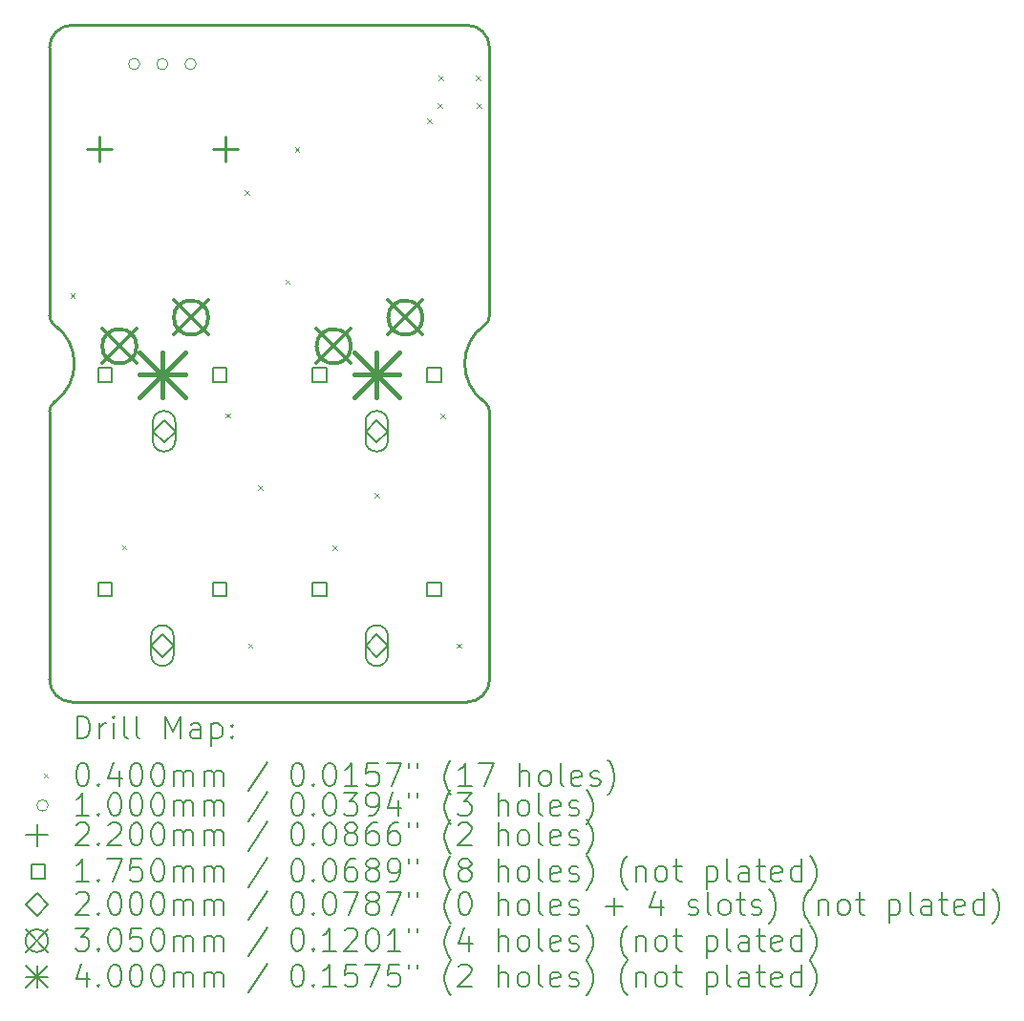
<source format=gbr>
%TF.GenerationSoftware,KiCad,Pcbnew,(6.0.9)*%
%TF.CreationDate,2023-03-18T23:26:13-04:00*%
%TF.ProjectId,Fluxpad,466c7578-7061-4642-9e6b-696361645f70,rev?*%
%TF.SameCoordinates,Original*%
%TF.FileFunction,Drillmap*%
%TF.FilePolarity,Positive*%
%FSLAX45Y45*%
G04 Gerber Fmt 4.5, Leading zero omitted, Abs format (unit mm)*
G04 Created by KiCad (PCBNEW (6.0.9)) date 2023-03-18 23:26:13*
%MOMM*%
%LPD*%
G01*
G04 APERTURE LIST*
%ADD10C,0.250000*%
%ADD11C,0.200000*%
%ADD12C,0.040000*%
%ADD13C,0.100000*%
%ADD14C,0.220000*%
%ADD15C,0.175000*%
%ADD16C,0.305000*%
%ADD17C,0.400000*%
G04 APERTURE END LIST*
D10*
X10250000Y-6500000D02*
G75*
G03*
X10050000Y-6700000I0J-200000D01*
G01*
X13950004Y-9924735D02*
G75*
G03*
X13907692Y-9843055I-100004J-5D01*
G01*
X10092308Y-9843055D02*
G75*
G03*
X10092308Y-9156945I-242308J343055D01*
G01*
X10092310Y-9843059D02*
G75*
G03*
X10050000Y-9924735I57690J-81681D01*
G01*
X13907692Y-9156945D02*
G75*
G03*
X13907692Y-9843055I242308J-343055D01*
G01*
X10050000Y-6700000D02*
X10050000Y-9075265D01*
X10250000Y-12500000D02*
X13750000Y-12500000D01*
X13950000Y-6700000D02*
G75*
G03*
X13750000Y-6500000I-200000J0D01*
G01*
X10049996Y-9075265D02*
G75*
G03*
X10092308Y-9156945I100004J5D01*
G01*
X13950000Y-9075265D02*
X13950000Y-6700000D01*
X13750000Y-6500000D02*
X10250000Y-6500000D01*
X13750000Y-12500000D02*
G75*
G03*
X13950000Y-12300000I0J200000D01*
G01*
X10050000Y-9924735D02*
X10050000Y-12300000D01*
X10050000Y-12300000D02*
G75*
G03*
X10250000Y-12500000I200000J0D01*
G01*
X13950000Y-12300000D02*
X13950000Y-9924735D01*
X13907695Y-9156948D02*
G75*
G03*
X13950000Y-9075265I-57715J81688D01*
G01*
D11*
D12*
X10235000Y-8880000D02*
X10275000Y-8920000D01*
X10275000Y-8880000D02*
X10235000Y-8920000D01*
X10692500Y-11107500D02*
X10732500Y-11147500D01*
X10732500Y-11107500D02*
X10692500Y-11147500D01*
X11610000Y-9940000D02*
X11650000Y-9980000D01*
X11650000Y-9940000D02*
X11610000Y-9980000D01*
X11780000Y-7965000D02*
X11820000Y-8005000D01*
X11820000Y-7965000D02*
X11780000Y-8005000D01*
X11810000Y-11980000D02*
X11850000Y-12020000D01*
X11850000Y-11980000D02*
X11810000Y-12020000D01*
X11900000Y-10580000D02*
X11940000Y-10620000D01*
X11940000Y-10580000D02*
X11900000Y-10620000D01*
X12140000Y-8755000D02*
X12180000Y-8795000D01*
X12180000Y-8755000D02*
X12140000Y-8795000D01*
X12225000Y-7580000D02*
X12265000Y-7620000D01*
X12265000Y-7580000D02*
X12225000Y-7620000D01*
X12560000Y-11110000D02*
X12600000Y-11150000D01*
X12600000Y-11110000D02*
X12560000Y-11150000D01*
X12930000Y-10645000D02*
X12970000Y-10685000D01*
X12970000Y-10645000D02*
X12930000Y-10685000D01*
X13399000Y-7326000D02*
X13439000Y-7366000D01*
X13439000Y-7326000D02*
X13399000Y-7366000D01*
X13490000Y-7190000D02*
X13530000Y-7230000D01*
X13530000Y-7190000D02*
X13490000Y-7230000D01*
X13500000Y-6950000D02*
X13540000Y-6990000D01*
X13540000Y-6950000D02*
X13500000Y-6990000D01*
X13515000Y-9945000D02*
X13555000Y-9985000D01*
X13555000Y-9945000D02*
X13515000Y-9985000D01*
X13660000Y-11980000D02*
X13700000Y-12020000D01*
X13700000Y-11980000D02*
X13660000Y-12020000D01*
X13830000Y-6950000D02*
X13870000Y-6990000D01*
X13870000Y-6950000D02*
X13830000Y-6990000D01*
X13840000Y-7190000D02*
X13880000Y-7230000D01*
X13880000Y-7190000D02*
X13840000Y-7230000D01*
D13*
X10850000Y-6845000D02*
G75*
G03*
X10850000Y-6845000I-50000J0D01*
G01*
X11100000Y-6845000D02*
G75*
G03*
X11100000Y-6845000I-50000J0D01*
G01*
X11350000Y-6845000D02*
G75*
G03*
X11350000Y-6845000I-50000J0D01*
G01*
D14*
X10490000Y-7485000D02*
X10490000Y-7705000D01*
X10380000Y-7595000D02*
X10600000Y-7595000D01*
X11610000Y-7485000D02*
X11610000Y-7705000D01*
X11500000Y-7595000D02*
X11720000Y-7595000D01*
D15*
X10603872Y-9661872D02*
X10603872Y-9538128D01*
X10480128Y-9538128D01*
X10480128Y-9661872D01*
X10603872Y-9661872D01*
X10603872Y-11561872D02*
X10603872Y-11438128D01*
X10480128Y-11438128D01*
X10480128Y-11561872D01*
X10603872Y-11561872D01*
X11619872Y-9661872D02*
X11619872Y-9538128D01*
X11496128Y-9538128D01*
X11496128Y-9661872D01*
X11619872Y-9661872D01*
X11619872Y-11561872D02*
X11619872Y-11438128D01*
X11496128Y-11438128D01*
X11496128Y-11561872D01*
X11619872Y-11561872D01*
X12503872Y-9661872D02*
X12503872Y-9538128D01*
X12380128Y-9538128D01*
X12380128Y-9661872D01*
X12503872Y-9661872D01*
X12503872Y-11561872D02*
X12503872Y-11438128D01*
X12380128Y-11438128D01*
X12380128Y-11561872D01*
X12503872Y-11561872D01*
X13519872Y-9661872D02*
X13519872Y-9538128D01*
X13396128Y-9538128D01*
X13396128Y-9661872D01*
X13519872Y-9661872D01*
X13519872Y-11561872D02*
X13519872Y-11438128D01*
X13396128Y-11438128D01*
X13396128Y-11561872D01*
X13519872Y-11561872D01*
D11*
X11050000Y-12100000D02*
X11150000Y-12000000D01*
X11050000Y-11900000D01*
X10950000Y-12000000D01*
X11050000Y-12100000D01*
X10950000Y-11920000D02*
X10950000Y-12080000D01*
X11150000Y-11920000D02*
X11150000Y-12080000D01*
X10950000Y-12080000D02*
G75*
G03*
X11150000Y-12080000I100000J0D01*
G01*
X11150000Y-11920000D02*
G75*
G03*
X10950000Y-11920000I-100000J0D01*
G01*
X11065000Y-10200000D02*
X11165000Y-10100000D01*
X11065000Y-10000000D01*
X10965000Y-10100000D01*
X11065000Y-10200000D01*
X10965000Y-10020000D02*
X10965000Y-10180000D01*
X11165000Y-10020000D02*
X11165000Y-10180000D01*
X10965000Y-10180000D02*
G75*
G03*
X11165000Y-10180000I100000J0D01*
G01*
X11165000Y-10020000D02*
G75*
G03*
X10965000Y-10020000I-100000J0D01*
G01*
X12950000Y-10200000D02*
X13050000Y-10100000D01*
X12950000Y-10000000D01*
X12850000Y-10100000D01*
X12950000Y-10200000D01*
X12850000Y-10020000D02*
X12850000Y-10180000D01*
X13050000Y-10020000D02*
X13050000Y-10180000D01*
X12850000Y-10180000D02*
G75*
G03*
X13050000Y-10180000I100000J0D01*
G01*
X13050000Y-10020000D02*
G75*
G03*
X12850000Y-10020000I-100000J0D01*
G01*
X12950000Y-12100000D02*
X13050000Y-12000000D01*
X12950000Y-11900000D01*
X12850000Y-12000000D01*
X12950000Y-12100000D01*
X12850000Y-11920000D02*
X12850000Y-12080000D01*
X13050000Y-11920000D02*
X13050000Y-12080000D01*
X12850000Y-12080000D02*
G75*
G03*
X13050000Y-12080000I100000J0D01*
G01*
X13050000Y-11920000D02*
G75*
G03*
X12850000Y-11920000I-100000J0D01*
G01*
D16*
X10516500Y-9193500D02*
X10821500Y-9498500D01*
X10821500Y-9193500D02*
X10516500Y-9498500D01*
X10821500Y-9346000D02*
G75*
G03*
X10821500Y-9346000I-152500J0D01*
G01*
X11151500Y-8939500D02*
X11456500Y-9244500D01*
X11456500Y-8939500D02*
X11151500Y-9244500D01*
X11456500Y-9092000D02*
G75*
G03*
X11456500Y-9092000I-152500J0D01*
G01*
X12416500Y-9193500D02*
X12721500Y-9498500D01*
X12721500Y-9193500D02*
X12416500Y-9498500D01*
X12721500Y-9346000D02*
G75*
G03*
X12721500Y-9346000I-152500J0D01*
G01*
X13051500Y-8939500D02*
X13356500Y-9244500D01*
X13356500Y-8939500D02*
X13051500Y-9244500D01*
X13356500Y-9092000D02*
G75*
G03*
X13356500Y-9092000I-152500J0D01*
G01*
D17*
X10850000Y-9400000D02*
X11250000Y-9800000D01*
X11250000Y-9400000D02*
X10850000Y-9800000D01*
X11050000Y-9400000D02*
X11050000Y-9800000D01*
X10850000Y-9600000D02*
X11250000Y-9600000D01*
X12750000Y-9400000D02*
X13150000Y-9800000D01*
X13150000Y-9400000D02*
X12750000Y-9800000D01*
X12950000Y-9400000D02*
X12950000Y-9800000D01*
X12750000Y-9600000D02*
X13150000Y-9600000D01*
D11*
X10295119Y-12822976D02*
X10295119Y-12622976D01*
X10342738Y-12622976D01*
X10371310Y-12632500D01*
X10390357Y-12651548D01*
X10399881Y-12670595D01*
X10409405Y-12708690D01*
X10409405Y-12737262D01*
X10399881Y-12775357D01*
X10390357Y-12794405D01*
X10371310Y-12813452D01*
X10342738Y-12822976D01*
X10295119Y-12822976D01*
X10495119Y-12822976D02*
X10495119Y-12689643D01*
X10495119Y-12727738D02*
X10504643Y-12708690D01*
X10514167Y-12699167D01*
X10533214Y-12689643D01*
X10552262Y-12689643D01*
X10618929Y-12822976D02*
X10618929Y-12689643D01*
X10618929Y-12622976D02*
X10609405Y-12632500D01*
X10618929Y-12642024D01*
X10628452Y-12632500D01*
X10618929Y-12622976D01*
X10618929Y-12642024D01*
X10742738Y-12822976D02*
X10723690Y-12813452D01*
X10714167Y-12794405D01*
X10714167Y-12622976D01*
X10847500Y-12822976D02*
X10828452Y-12813452D01*
X10818929Y-12794405D01*
X10818929Y-12622976D01*
X11076071Y-12822976D02*
X11076071Y-12622976D01*
X11142738Y-12765833D01*
X11209405Y-12622976D01*
X11209405Y-12822976D01*
X11390357Y-12822976D02*
X11390357Y-12718214D01*
X11380833Y-12699167D01*
X11361786Y-12689643D01*
X11323690Y-12689643D01*
X11304643Y-12699167D01*
X11390357Y-12813452D02*
X11371309Y-12822976D01*
X11323690Y-12822976D01*
X11304643Y-12813452D01*
X11295119Y-12794405D01*
X11295119Y-12775357D01*
X11304643Y-12756309D01*
X11323690Y-12746786D01*
X11371309Y-12746786D01*
X11390357Y-12737262D01*
X11485595Y-12689643D02*
X11485595Y-12889643D01*
X11485595Y-12699167D02*
X11504643Y-12689643D01*
X11542738Y-12689643D01*
X11561786Y-12699167D01*
X11571309Y-12708690D01*
X11580833Y-12727738D01*
X11580833Y-12784881D01*
X11571309Y-12803928D01*
X11561786Y-12813452D01*
X11542738Y-12822976D01*
X11504643Y-12822976D01*
X11485595Y-12813452D01*
X11666548Y-12803928D02*
X11676071Y-12813452D01*
X11666548Y-12822976D01*
X11657024Y-12813452D01*
X11666548Y-12803928D01*
X11666548Y-12822976D01*
X11666548Y-12699167D02*
X11676071Y-12708690D01*
X11666548Y-12718214D01*
X11657024Y-12708690D01*
X11666548Y-12699167D01*
X11666548Y-12718214D01*
D12*
X9997500Y-13132500D02*
X10037500Y-13172500D01*
X10037500Y-13132500D02*
X9997500Y-13172500D01*
D11*
X10333214Y-13042976D02*
X10352262Y-13042976D01*
X10371310Y-13052500D01*
X10380833Y-13062024D01*
X10390357Y-13081071D01*
X10399881Y-13119167D01*
X10399881Y-13166786D01*
X10390357Y-13204881D01*
X10380833Y-13223928D01*
X10371310Y-13233452D01*
X10352262Y-13242976D01*
X10333214Y-13242976D01*
X10314167Y-13233452D01*
X10304643Y-13223928D01*
X10295119Y-13204881D01*
X10285595Y-13166786D01*
X10285595Y-13119167D01*
X10295119Y-13081071D01*
X10304643Y-13062024D01*
X10314167Y-13052500D01*
X10333214Y-13042976D01*
X10485595Y-13223928D02*
X10495119Y-13233452D01*
X10485595Y-13242976D01*
X10476071Y-13233452D01*
X10485595Y-13223928D01*
X10485595Y-13242976D01*
X10666548Y-13109643D02*
X10666548Y-13242976D01*
X10618929Y-13033452D02*
X10571310Y-13176309D01*
X10695119Y-13176309D01*
X10809405Y-13042976D02*
X10828452Y-13042976D01*
X10847500Y-13052500D01*
X10857024Y-13062024D01*
X10866548Y-13081071D01*
X10876071Y-13119167D01*
X10876071Y-13166786D01*
X10866548Y-13204881D01*
X10857024Y-13223928D01*
X10847500Y-13233452D01*
X10828452Y-13242976D01*
X10809405Y-13242976D01*
X10790357Y-13233452D01*
X10780833Y-13223928D01*
X10771310Y-13204881D01*
X10761786Y-13166786D01*
X10761786Y-13119167D01*
X10771310Y-13081071D01*
X10780833Y-13062024D01*
X10790357Y-13052500D01*
X10809405Y-13042976D01*
X10999881Y-13042976D02*
X11018929Y-13042976D01*
X11037976Y-13052500D01*
X11047500Y-13062024D01*
X11057024Y-13081071D01*
X11066548Y-13119167D01*
X11066548Y-13166786D01*
X11057024Y-13204881D01*
X11047500Y-13223928D01*
X11037976Y-13233452D01*
X11018929Y-13242976D01*
X10999881Y-13242976D01*
X10980833Y-13233452D01*
X10971310Y-13223928D01*
X10961786Y-13204881D01*
X10952262Y-13166786D01*
X10952262Y-13119167D01*
X10961786Y-13081071D01*
X10971310Y-13062024D01*
X10980833Y-13052500D01*
X10999881Y-13042976D01*
X11152262Y-13242976D02*
X11152262Y-13109643D01*
X11152262Y-13128690D02*
X11161786Y-13119167D01*
X11180833Y-13109643D01*
X11209405Y-13109643D01*
X11228452Y-13119167D01*
X11237976Y-13138214D01*
X11237976Y-13242976D01*
X11237976Y-13138214D02*
X11247500Y-13119167D01*
X11266548Y-13109643D01*
X11295119Y-13109643D01*
X11314167Y-13119167D01*
X11323690Y-13138214D01*
X11323690Y-13242976D01*
X11418928Y-13242976D02*
X11418928Y-13109643D01*
X11418928Y-13128690D02*
X11428452Y-13119167D01*
X11447500Y-13109643D01*
X11476071Y-13109643D01*
X11495119Y-13119167D01*
X11504643Y-13138214D01*
X11504643Y-13242976D01*
X11504643Y-13138214D02*
X11514167Y-13119167D01*
X11533214Y-13109643D01*
X11561786Y-13109643D01*
X11580833Y-13119167D01*
X11590357Y-13138214D01*
X11590357Y-13242976D01*
X11980833Y-13033452D02*
X11809405Y-13290595D01*
X12237976Y-13042976D02*
X12257024Y-13042976D01*
X12276071Y-13052500D01*
X12285595Y-13062024D01*
X12295119Y-13081071D01*
X12304643Y-13119167D01*
X12304643Y-13166786D01*
X12295119Y-13204881D01*
X12285595Y-13223928D01*
X12276071Y-13233452D01*
X12257024Y-13242976D01*
X12237976Y-13242976D01*
X12218928Y-13233452D01*
X12209405Y-13223928D01*
X12199881Y-13204881D01*
X12190357Y-13166786D01*
X12190357Y-13119167D01*
X12199881Y-13081071D01*
X12209405Y-13062024D01*
X12218928Y-13052500D01*
X12237976Y-13042976D01*
X12390357Y-13223928D02*
X12399881Y-13233452D01*
X12390357Y-13242976D01*
X12380833Y-13233452D01*
X12390357Y-13223928D01*
X12390357Y-13242976D01*
X12523690Y-13042976D02*
X12542738Y-13042976D01*
X12561786Y-13052500D01*
X12571309Y-13062024D01*
X12580833Y-13081071D01*
X12590357Y-13119167D01*
X12590357Y-13166786D01*
X12580833Y-13204881D01*
X12571309Y-13223928D01*
X12561786Y-13233452D01*
X12542738Y-13242976D01*
X12523690Y-13242976D01*
X12504643Y-13233452D01*
X12495119Y-13223928D01*
X12485595Y-13204881D01*
X12476071Y-13166786D01*
X12476071Y-13119167D01*
X12485595Y-13081071D01*
X12495119Y-13062024D01*
X12504643Y-13052500D01*
X12523690Y-13042976D01*
X12780833Y-13242976D02*
X12666548Y-13242976D01*
X12723690Y-13242976D02*
X12723690Y-13042976D01*
X12704643Y-13071548D01*
X12685595Y-13090595D01*
X12666548Y-13100119D01*
X12961786Y-13042976D02*
X12866548Y-13042976D01*
X12857024Y-13138214D01*
X12866548Y-13128690D01*
X12885595Y-13119167D01*
X12933214Y-13119167D01*
X12952262Y-13128690D01*
X12961786Y-13138214D01*
X12971309Y-13157262D01*
X12971309Y-13204881D01*
X12961786Y-13223928D01*
X12952262Y-13233452D01*
X12933214Y-13242976D01*
X12885595Y-13242976D01*
X12866548Y-13233452D01*
X12857024Y-13223928D01*
X13037976Y-13042976D02*
X13171309Y-13042976D01*
X13085595Y-13242976D01*
X13237976Y-13042976D02*
X13237976Y-13081071D01*
X13314167Y-13042976D02*
X13314167Y-13081071D01*
X13609405Y-13319167D02*
X13599881Y-13309643D01*
X13580833Y-13281071D01*
X13571309Y-13262024D01*
X13561786Y-13233452D01*
X13552262Y-13185833D01*
X13552262Y-13147738D01*
X13561786Y-13100119D01*
X13571309Y-13071548D01*
X13580833Y-13052500D01*
X13599881Y-13023928D01*
X13609405Y-13014405D01*
X13790357Y-13242976D02*
X13676071Y-13242976D01*
X13733214Y-13242976D02*
X13733214Y-13042976D01*
X13714167Y-13071548D01*
X13695119Y-13090595D01*
X13676071Y-13100119D01*
X13857024Y-13042976D02*
X13990357Y-13042976D01*
X13904643Y-13242976D01*
X14218928Y-13242976D02*
X14218928Y-13042976D01*
X14304643Y-13242976D02*
X14304643Y-13138214D01*
X14295119Y-13119167D01*
X14276071Y-13109643D01*
X14247500Y-13109643D01*
X14228452Y-13119167D01*
X14218928Y-13128690D01*
X14428452Y-13242976D02*
X14409405Y-13233452D01*
X14399881Y-13223928D01*
X14390357Y-13204881D01*
X14390357Y-13147738D01*
X14399881Y-13128690D01*
X14409405Y-13119167D01*
X14428452Y-13109643D01*
X14457024Y-13109643D01*
X14476071Y-13119167D01*
X14485595Y-13128690D01*
X14495119Y-13147738D01*
X14495119Y-13204881D01*
X14485595Y-13223928D01*
X14476071Y-13233452D01*
X14457024Y-13242976D01*
X14428452Y-13242976D01*
X14609405Y-13242976D02*
X14590357Y-13233452D01*
X14580833Y-13214405D01*
X14580833Y-13042976D01*
X14761786Y-13233452D02*
X14742738Y-13242976D01*
X14704643Y-13242976D01*
X14685595Y-13233452D01*
X14676071Y-13214405D01*
X14676071Y-13138214D01*
X14685595Y-13119167D01*
X14704643Y-13109643D01*
X14742738Y-13109643D01*
X14761786Y-13119167D01*
X14771309Y-13138214D01*
X14771309Y-13157262D01*
X14676071Y-13176309D01*
X14847500Y-13233452D02*
X14866548Y-13242976D01*
X14904643Y-13242976D01*
X14923690Y-13233452D01*
X14933214Y-13214405D01*
X14933214Y-13204881D01*
X14923690Y-13185833D01*
X14904643Y-13176309D01*
X14876071Y-13176309D01*
X14857024Y-13166786D01*
X14847500Y-13147738D01*
X14847500Y-13138214D01*
X14857024Y-13119167D01*
X14876071Y-13109643D01*
X14904643Y-13109643D01*
X14923690Y-13119167D01*
X14999881Y-13319167D02*
X15009405Y-13309643D01*
X15028452Y-13281071D01*
X15037976Y-13262024D01*
X15047500Y-13233452D01*
X15057024Y-13185833D01*
X15057024Y-13147738D01*
X15047500Y-13100119D01*
X15037976Y-13071548D01*
X15028452Y-13052500D01*
X15009405Y-13023928D01*
X14999881Y-13014405D01*
D13*
X10037500Y-13416500D02*
G75*
G03*
X10037500Y-13416500I-50000J0D01*
G01*
D11*
X10399881Y-13506976D02*
X10285595Y-13506976D01*
X10342738Y-13506976D02*
X10342738Y-13306976D01*
X10323690Y-13335548D01*
X10304643Y-13354595D01*
X10285595Y-13364119D01*
X10485595Y-13487928D02*
X10495119Y-13497452D01*
X10485595Y-13506976D01*
X10476071Y-13497452D01*
X10485595Y-13487928D01*
X10485595Y-13506976D01*
X10618929Y-13306976D02*
X10637976Y-13306976D01*
X10657024Y-13316500D01*
X10666548Y-13326024D01*
X10676071Y-13345071D01*
X10685595Y-13383167D01*
X10685595Y-13430786D01*
X10676071Y-13468881D01*
X10666548Y-13487928D01*
X10657024Y-13497452D01*
X10637976Y-13506976D01*
X10618929Y-13506976D01*
X10599881Y-13497452D01*
X10590357Y-13487928D01*
X10580833Y-13468881D01*
X10571310Y-13430786D01*
X10571310Y-13383167D01*
X10580833Y-13345071D01*
X10590357Y-13326024D01*
X10599881Y-13316500D01*
X10618929Y-13306976D01*
X10809405Y-13306976D02*
X10828452Y-13306976D01*
X10847500Y-13316500D01*
X10857024Y-13326024D01*
X10866548Y-13345071D01*
X10876071Y-13383167D01*
X10876071Y-13430786D01*
X10866548Y-13468881D01*
X10857024Y-13487928D01*
X10847500Y-13497452D01*
X10828452Y-13506976D01*
X10809405Y-13506976D01*
X10790357Y-13497452D01*
X10780833Y-13487928D01*
X10771310Y-13468881D01*
X10761786Y-13430786D01*
X10761786Y-13383167D01*
X10771310Y-13345071D01*
X10780833Y-13326024D01*
X10790357Y-13316500D01*
X10809405Y-13306976D01*
X10999881Y-13306976D02*
X11018929Y-13306976D01*
X11037976Y-13316500D01*
X11047500Y-13326024D01*
X11057024Y-13345071D01*
X11066548Y-13383167D01*
X11066548Y-13430786D01*
X11057024Y-13468881D01*
X11047500Y-13487928D01*
X11037976Y-13497452D01*
X11018929Y-13506976D01*
X10999881Y-13506976D01*
X10980833Y-13497452D01*
X10971310Y-13487928D01*
X10961786Y-13468881D01*
X10952262Y-13430786D01*
X10952262Y-13383167D01*
X10961786Y-13345071D01*
X10971310Y-13326024D01*
X10980833Y-13316500D01*
X10999881Y-13306976D01*
X11152262Y-13506976D02*
X11152262Y-13373643D01*
X11152262Y-13392690D02*
X11161786Y-13383167D01*
X11180833Y-13373643D01*
X11209405Y-13373643D01*
X11228452Y-13383167D01*
X11237976Y-13402214D01*
X11237976Y-13506976D01*
X11237976Y-13402214D02*
X11247500Y-13383167D01*
X11266548Y-13373643D01*
X11295119Y-13373643D01*
X11314167Y-13383167D01*
X11323690Y-13402214D01*
X11323690Y-13506976D01*
X11418928Y-13506976D02*
X11418928Y-13373643D01*
X11418928Y-13392690D02*
X11428452Y-13383167D01*
X11447500Y-13373643D01*
X11476071Y-13373643D01*
X11495119Y-13383167D01*
X11504643Y-13402214D01*
X11504643Y-13506976D01*
X11504643Y-13402214D02*
X11514167Y-13383167D01*
X11533214Y-13373643D01*
X11561786Y-13373643D01*
X11580833Y-13383167D01*
X11590357Y-13402214D01*
X11590357Y-13506976D01*
X11980833Y-13297452D02*
X11809405Y-13554595D01*
X12237976Y-13306976D02*
X12257024Y-13306976D01*
X12276071Y-13316500D01*
X12285595Y-13326024D01*
X12295119Y-13345071D01*
X12304643Y-13383167D01*
X12304643Y-13430786D01*
X12295119Y-13468881D01*
X12285595Y-13487928D01*
X12276071Y-13497452D01*
X12257024Y-13506976D01*
X12237976Y-13506976D01*
X12218928Y-13497452D01*
X12209405Y-13487928D01*
X12199881Y-13468881D01*
X12190357Y-13430786D01*
X12190357Y-13383167D01*
X12199881Y-13345071D01*
X12209405Y-13326024D01*
X12218928Y-13316500D01*
X12237976Y-13306976D01*
X12390357Y-13487928D02*
X12399881Y-13497452D01*
X12390357Y-13506976D01*
X12380833Y-13497452D01*
X12390357Y-13487928D01*
X12390357Y-13506976D01*
X12523690Y-13306976D02*
X12542738Y-13306976D01*
X12561786Y-13316500D01*
X12571309Y-13326024D01*
X12580833Y-13345071D01*
X12590357Y-13383167D01*
X12590357Y-13430786D01*
X12580833Y-13468881D01*
X12571309Y-13487928D01*
X12561786Y-13497452D01*
X12542738Y-13506976D01*
X12523690Y-13506976D01*
X12504643Y-13497452D01*
X12495119Y-13487928D01*
X12485595Y-13468881D01*
X12476071Y-13430786D01*
X12476071Y-13383167D01*
X12485595Y-13345071D01*
X12495119Y-13326024D01*
X12504643Y-13316500D01*
X12523690Y-13306976D01*
X12657024Y-13306976D02*
X12780833Y-13306976D01*
X12714167Y-13383167D01*
X12742738Y-13383167D01*
X12761786Y-13392690D01*
X12771309Y-13402214D01*
X12780833Y-13421262D01*
X12780833Y-13468881D01*
X12771309Y-13487928D01*
X12761786Y-13497452D01*
X12742738Y-13506976D01*
X12685595Y-13506976D01*
X12666548Y-13497452D01*
X12657024Y-13487928D01*
X12876071Y-13506976D02*
X12914167Y-13506976D01*
X12933214Y-13497452D01*
X12942738Y-13487928D01*
X12961786Y-13459357D01*
X12971309Y-13421262D01*
X12971309Y-13345071D01*
X12961786Y-13326024D01*
X12952262Y-13316500D01*
X12933214Y-13306976D01*
X12895119Y-13306976D01*
X12876071Y-13316500D01*
X12866548Y-13326024D01*
X12857024Y-13345071D01*
X12857024Y-13392690D01*
X12866548Y-13411738D01*
X12876071Y-13421262D01*
X12895119Y-13430786D01*
X12933214Y-13430786D01*
X12952262Y-13421262D01*
X12961786Y-13411738D01*
X12971309Y-13392690D01*
X13142738Y-13373643D02*
X13142738Y-13506976D01*
X13095119Y-13297452D02*
X13047500Y-13440309D01*
X13171309Y-13440309D01*
X13237976Y-13306976D02*
X13237976Y-13345071D01*
X13314167Y-13306976D02*
X13314167Y-13345071D01*
X13609405Y-13583167D02*
X13599881Y-13573643D01*
X13580833Y-13545071D01*
X13571309Y-13526024D01*
X13561786Y-13497452D01*
X13552262Y-13449833D01*
X13552262Y-13411738D01*
X13561786Y-13364119D01*
X13571309Y-13335548D01*
X13580833Y-13316500D01*
X13599881Y-13287928D01*
X13609405Y-13278405D01*
X13666548Y-13306976D02*
X13790357Y-13306976D01*
X13723690Y-13383167D01*
X13752262Y-13383167D01*
X13771309Y-13392690D01*
X13780833Y-13402214D01*
X13790357Y-13421262D01*
X13790357Y-13468881D01*
X13780833Y-13487928D01*
X13771309Y-13497452D01*
X13752262Y-13506976D01*
X13695119Y-13506976D01*
X13676071Y-13497452D01*
X13666548Y-13487928D01*
X14028452Y-13506976D02*
X14028452Y-13306976D01*
X14114167Y-13506976D02*
X14114167Y-13402214D01*
X14104643Y-13383167D01*
X14085595Y-13373643D01*
X14057024Y-13373643D01*
X14037976Y-13383167D01*
X14028452Y-13392690D01*
X14237976Y-13506976D02*
X14218928Y-13497452D01*
X14209405Y-13487928D01*
X14199881Y-13468881D01*
X14199881Y-13411738D01*
X14209405Y-13392690D01*
X14218928Y-13383167D01*
X14237976Y-13373643D01*
X14266548Y-13373643D01*
X14285595Y-13383167D01*
X14295119Y-13392690D01*
X14304643Y-13411738D01*
X14304643Y-13468881D01*
X14295119Y-13487928D01*
X14285595Y-13497452D01*
X14266548Y-13506976D01*
X14237976Y-13506976D01*
X14418928Y-13506976D02*
X14399881Y-13497452D01*
X14390357Y-13478405D01*
X14390357Y-13306976D01*
X14571309Y-13497452D02*
X14552262Y-13506976D01*
X14514167Y-13506976D01*
X14495119Y-13497452D01*
X14485595Y-13478405D01*
X14485595Y-13402214D01*
X14495119Y-13383167D01*
X14514167Y-13373643D01*
X14552262Y-13373643D01*
X14571309Y-13383167D01*
X14580833Y-13402214D01*
X14580833Y-13421262D01*
X14485595Y-13440309D01*
X14657024Y-13497452D02*
X14676071Y-13506976D01*
X14714167Y-13506976D01*
X14733214Y-13497452D01*
X14742738Y-13478405D01*
X14742738Y-13468881D01*
X14733214Y-13449833D01*
X14714167Y-13440309D01*
X14685595Y-13440309D01*
X14666548Y-13430786D01*
X14657024Y-13411738D01*
X14657024Y-13402214D01*
X14666548Y-13383167D01*
X14685595Y-13373643D01*
X14714167Y-13373643D01*
X14733214Y-13383167D01*
X14809405Y-13583167D02*
X14818928Y-13573643D01*
X14837976Y-13545071D01*
X14847500Y-13526024D01*
X14857024Y-13497452D01*
X14866548Y-13449833D01*
X14866548Y-13411738D01*
X14857024Y-13364119D01*
X14847500Y-13335548D01*
X14837976Y-13316500D01*
X14818928Y-13287928D01*
X14809405Y-13278405D01*
X9937500Y-13580500D02*
X9937500Y-13780500D01*
X9837500Y-13680500D02*
X10037500Y-13680500D01*
X10285595Y-13590024D02*
X10295119Y-13580500D01*
X10314167Y-13570976D01*
X10361786Y-13570976D01*
X10380833Y-13580500D01*
X10390357Y-13590024D01*
X10399881Y-13609071D01*
X10399881Y-13628119D01*
X10390357Y-13656690D01*
X10276071Y-13770976D01*
X10399881Y-13770976D01*
X10485595Y-13751928D02*
X10495119Y-13761452D01*
X10485595Y-13770976D01*
X10476071Y-13761452D01*
X10485595Y-13751928D01*
X10485595Y-13770976D01*
X10571310Y-13590024D02*
X10580833Y-13580500D01*
X10599881Y-13570976D01*
X10647500Y-13570976D01*
X10666548Y-13580500D01*
X10676071Y-13590024D01*
X10685595Y-13609071D01*
X10685595Y-13628119D01*
X10676071Y-13656690D01*
X10561786Y-13770976D01*
X10685595Y-13770976D01*
X10809405Y-13570976D02*
X10828452Y-13570976D01*
X10847500Y-13580500D01*
X10857024Y-13590024D01*
X10866548Y-13609071D01*
X10876071Y-13647167D01*
X10876071Y-13694786D01*
X10866548Y-13732881D01*
X10857024Y-13751928D01*
X10847500Y-13761452D01*
X10828452Y-13770976D01*
X10809405Y-13770976D01*
X10790357Y-13761452D01*
X10780833Y-13751928D01*
X10771310Y-13732881D01*
X10761786Y-13694786D01*
X10761786Y-13647167D01*
X10771310Y-13609071D01*
X10780833Y-13590024D01*
X10790357Y-13580500D01*
X10809405Y-13570976D01*
X10999881Y-13570976D02*
X11018929Y-13570976D01*
X11037976Y-13580500D01*
X11047500Y-13590024D01*
X11057024Y-13609071D01*
X11066548Y-13647167D01*
X11066548Y-13694786D01*
X11057024Y-13732881D01*
X11047500Y-13751928D01*
X11037976Y-13761452D01*
X11018929Y-13770976D01*
X10999881Y-13770976D01*
X10980833Y-13761452D01*
X10971310Y-13751928D01*
X10961786Y-13732881D01*
X10952262Y-13694786D01*
X10952262Y-13647167D01*
X10961786Y-13609071D01*
X10971310Y-13590024D01*
X10980833Y-13580500D01*
X10999881Y-13570976D01*
X11152262Y-13770976D02*
X11152262Y-13637643D01*
X11152262Y-13656690D02*
X11161786Y-13647167D01*
X11180833Y-13637643D01*
X11209405Y-13637643D01*
X11228452Y-13647167D01*
X11237976Y-13666214D01*
X11237976Y-13770976D01*
X11237976Y-13666214D02*
X11247500Y-13647167D01*
X11266548Y-13637643D01*
X11295119Y-13637643D01*
X11314167Y-13647167D01*
X11323690Y-13666214D01*
X11323690Y-13770976D01*
X11418928Y-13770976D02*
X11418928Y-13637643D01*
X11418928Y-13656690D02*
X11428452Y-13647167D01*
X11447500Y-13637643D01*
X11476071Y-13637643D01*
X11495119Y-13647167D01*
X11504643Y-13666214D01*
X11504643Y-13770976D01*
X11504643Y-13666214D02*
X11514167Y-13647167D01*
X11533214Y-13637643D01*
X11561786Y-13637643D01*
X11580833Y-13647167D01*
X11590357Y-13666214D01*
X11590357Y-13770976D01*
X11980833Y-13561452D02*
X11809405Y-13818595D01*
X12237976Y-13570976D02*
X12257024Y-13570976D01*
X12276071Y-13580500D01*
X12285595Y-13590024D01*
X12295119Y-13609071D01*
X12304643Y-13647167D01*
X12304643Y-13694786D01*
X12295119Y-13732881D01*
X12285595Y-13751928D01*
X12276071Y-13761452D01*
X12257024Y-13770976D01*
X12237976Y-13770976D01*
X12218928Y-13761452D01*
X12209405Y-13751928D01*
X12199881Y-13732881D01*
X12190357Y-13694786D01*
X12190357Y-13647167D01*
X12199881Y-13609071D01*
X12209405Y-13590024D01*
X12218928Y-13580500D01*
X12237976Y-13570976D01*
X12390357Y-13751928D02*
X12399881Y-13761452D01*
X12390357Y-13770976D01*
X12380833Y-13761452D01*
X12390357Y-13751928D01*
X12390357Y-13770976D01*
X12523690Y-13570976D02*
X12542738Y-13570976D01*
X12561786Y-13580500D01*
X12571309Y-13590024D01*
X12580833Y-13609071D01*
X12590357Y-13647167D01*
X12590357Y-13694786D01*
X12580833Y-13732881D01*
X12571309Y-13751928D01*
X12561786Y-13761452D01*
X12542738Y-13770976D01*
X12523690Y-13770976D01*
X12504643Y-13761452D01*
X12495119Y-13751928D01*
X12485595Y-13732881D01*
X12476071Y-13694786D01*
X12476071Y-13647167D01*
X12485595Y-13609071D01*
X12495119Y-13590024D01*
X12504643Y-13580500D01*
X12523690Y-13570976D01*
X12704643Y-13656690D02*
X12685595Y-13647167D01*
X12676071Y-13637643D01*
X12666548Y-13618595D01*
X12666548Y-13609071D01*
X12676071Y-13590024D01*
X12685595Y-13580500D01*
X12704643Y-13570976D01*
X12742738Y-13570976D01*
X12761786Y-13580500D01*
X12771309Y-13590024D01*
X12780833Y-13609071D01*
X12780833Y-13618595D01*
X12771309Y-13637643D01*
X12761786Y-13647167D01*
X12742738Y-13656690D01*
X12704643Y-13656690D01*
X12685595Y-13666214D01*
X12676071Y-13675738D01*
X12666548Y-13694786D01*
X12666548Y-13732881D01*
X12676071Y-13751928D01*
X12685595Y-13761452D01*
X12704643Y-13770976D01*
X12742738Y-13770976D01*
X12761786Y-13761452D01*
X12771309Y-13751928D01*
X12780833Y-13732881D01*
X12780833Y-13694786D01*
X12771309Y-13675738D01*
X12761786Y-13666214D01*
X12742738Y-13656690D01*
X12952262Y-13570976D02*
X12914167Y-13570976D01*
X12895119Y-13580500D01*
X12885595Y-13590024D01*
X12866548Y-13618595D01*
X12857024Y-13656690D01*
X12857024Y-13732881D01*
X12866548Y-13751928D01*
X12876071Y-13761452D01*
X12895119Y-13770976D01*
X12933214Y-13770976D01*
X12952262Y-13761452D01*
X12961786Y-13751928D01*
X12971309Y-13732881D01*
X12971309Y-13685262D01*
X12961786Y-13666214D01*
X12952262Y-13656690D01*
X12933214Y-13647167D01*
X12895119Y-13647167D01*
X12876071Y-13656690D01*
X12866548Y-13666214D01*
X12857024Y-13685262D01*
X13142738Y-13570976D02*
X13104643Y-13570976D01*
X13085595Y-13580500D01*
X13076071Y-13590024D01*
X13057024Y-13618595D01*
X13047500Y-13656690D01*
X13047500Y-13732881D01*
X13057024Y-13751928D01*
X13066548Y-13761452D01*
X13085595Y-13770976D01*
X13123690Y-13770976D01*
X13142738Y-13761452D01*
X13152262Y-13751928D01*
X13161786Y-13732881D01*
X13161786Y-13685262D01*
X13152262Y-13666214D01*
X13142738Y-13656690D01*
X13123690Y-13647167D01*
X13085595Y-13647167D01*
X13066548Y-13656690D01*
X13057024Y-13666214D01*
X13047500Y-13685262D01*
X13237976Y-13570976D02*
X13237976Y-13609071D01*
X13314167Y-13570976D02*
X13314167Y-13609071D01*
X13609405Y-13847167D02*
X13599881Y-13837643D01*
X13580833Y-13809071D01*
X13571309Y-13790024D01*
X13561786Y-13761452D01*
X13552262Y-13713833D01*
X13552262Y-13675738D01*
X13561786Y-13628119D01*
X13571309Y-13599548D01*
X13580833Y-13580500D01*
X13599881Y-13551928D01*
X13609405Y-13542405D01*
X13676071Y-13590024D02*
X13685595Y-13580500D01*
X13704643Y-13570976D01*
X13752262Y-13570976D01*
X13771309Y-13580500D01*
X13780833Y-13590024D01*
X13790357Y-13609071D01*
X13790357Y-13628119D01*
X13780833Y-13656690D01*
X13666548Y-13770976D01*
X13790357Y-13770976D01*
X14028452Y-13770976D02*
X14028452Y-13570976D01*
X14114167Y-13770976D02*
X14114167Y-13666214D01*
X14104643Y-13647167D01*
X14085595Y-13637643D01*
X14057024Y-13637643D01*
X14037976Y-13647167D01*
X14028452Y-13656690D01*
X14237976Y-13770976D02*
X14218928Y-13761452D01*
X14209405Y-13751928D01*
X14199881Y-13732881D01*
X14199881Y-13675738D01*
X14209405Y-13656690D01*
X14218928Y-13647167D01*
X14237976Y-13637643D01*
X14266548Y-13637643D01*
X14285595Y-13647167D01*
X14295119Y-13656690D01*
X14304643Y-13675738D01*
X14304643Y-13732881D01*
X14295119Y-13751928D01*
X14285595Y-13761452D01*
X14266548Y-13770976D01*
X14237976Y-13770976D01*
X14418928Y-13770976D02*
X14399881Y-13761452D01*
X14390357Y-13742405D01*
X14390357Y-13570976D01*
X14571309Y-13761452D02*
X14552262Y-13770976D01*
X14514167Y-13770976D01*
X14495119Y-13761452D01*
X14485595Y-13742405D01*
X14485595Y-13666214D01*
X14495119Y-13647167D01*
X14514167Y-13637643D01*
X14552262Y-13637643D01*
X14571309Y-13647167D01*
X14580833Y-13666214D01*
X14580833Y-13685262D01*
X14485595Y-13704309D01*
X14657024Y-13761452D02*
X14676071Y-13770976D01*
X14714167Y-13770976D01*
X14733214Y-13761452D01*
X14742738Y-13742405D01*
X14742738Y-13732881D01*
X14733214Y-13713833D01*
X14714167Y-13704309D01*
X14685595Y-13704309D01*
X14666548Y-13694786D01*
X14657024Y-13675738D01*
X14657024Y-13666214D01*
X14666548Y-13647167D01*
X14685595Y-13637643D01*
X14714167Y-13637643D01*
X14733214Y-13647167D01*
X14809405Y-13847167D02*
X14818928Y-13837643D01*
X14837976Y-13809071D01*
X14847500Y-13790024D01*
X14857024Y-13761452D01*
X14866548Y-13713833D01*
X14866548Y-13675738D01*
X14857024Y-13628119D01*
X14847500Y-13599548D01*
X14837976Y-13580500D01*
X14818928Y-13551928D01*
X14809405Y-13542405D01*
D15*
X10011872Y-14062372D02*
X10011872Y-13938628D01*
X9888128Y-13938628D01*
X9888128Y-14062372D01*
X10011872Y-14062372D01*
D11*
X10399881Y-14090976D02*
X10285595Y-14090976D01*
X10342738Y-14090976D02*
X10342738Y-13890976D01*
X10323690Y-13919548D01*
X10304643Y-13938595D01*
X10285595Y-13948119D01*
X10485595Y-14071928D02*
X10495119Y-14081452D01*
X10485595Y-14090976D01*
X10476071Y-14081452D01*
X10485595Y-14071928D01*
X10485595Y-14090976D01*
X10561786Y-13890976D02*
X10695119Y-13890976D01*
X10609405Y-14090976D01*
X10866548Y-13890976D02*
X10771310Y-13890976D01*
X10761786Y-13986214D01*
X10771310Y-13976690D01*
X10790357Y-13967167D01*
X10837976Y-13967167D01*
X10857024Y-13976690D01*
X10866548Y-13986214D01*
X10876071Y-14005262D01*
X10876071Y-14052881D01*
X10866548Y-14071928D01*
X10857024Y-14081452D01*
X10837976Y-14090976D01*
X10790357Y-14090976D01*
X10771310Y-14081452D01*
X10761786Y-14071928D01*
X10999881Y-13890976D02*
X11018929Y-13890976D01*
X11037976Y-13900500D01*
X11047500Y-13910024D01*
X11057024Y-13929071D01*
X11066548Y-13967167D01*
X11066548Y-14014786D01*
X11057024Y-14052881D01*
X11047500Y-14071928D01*
X11037976Y-14081452D01*
X11018929Y-14090976D01*
X10999881Y-14090976D01*
X10980833Y-14081452D01*
X10971310Y-14071928D01*
X10961786Y-14052881D01*
X10952262Y-14014786D01*
X10952262Y-13967167D01*
X10961786Y-13929071D01*
X10971310Y-13910024D01*
X10980833Y-13900500D01*
X10999881Y-13890976D01*
X11152262Y-14090976D02*
X11152262Y-13957643D01*
X11152262Y-13976690D02*
X11161786Y-13967167D01*
X11180833Y-13957643D01*
X11209405Y-13957643D01*
X11228452Y-13967167D01*
X11237976Y-13986214D01*
X11237976Y-14090976D01*
X11237976Y-13986214D02*
X11247500Y-13967167D01*
X11266548Y-13957643D01*
X11295119Y-13957643D01*
X11314167Y-13967167D01*
X11323690Y-13986214D01*
X11323690Y-14090976D01*
X11418928Y-14090976D02*
X11418928Y-13957643D01*
X11418928Y-13976690D02*
X11428452Y-13967167D01*
X11447500Y-13957643D01*
X11476071Y-13957643D01*
X11495119Y-13967167D01*
X11504643Y-13986214D01*
X11504643Y-14090976D01*
X11504643Y-13986214D02*
X11514167Y-13967167D01*
X11533214Y-13957643D01*
X11561786Y-13957643D01*
X11580833Y-13967167D01*
X11590357Y-13986214D01*
X11590357Y-14090976D01*
X11980833Y-13881452D02*
X11809405Y-14138595D01*
X12237976Y-13890976D02*
X12257024Y-13890976D01*
X12276071Y-13900500D01*
X12285595Y-13910024D01*
X12295119Y-13929071D01*
X12304643Y-13967167D01*
X12304643Y-14014786D01*
X12295119Y-14052881D01*
X12285595Y-14071928D01*
X12276071Y-14081452D01*
X12257024Y-14090976D01*
X12237976Y-14090976D01*
X12218928Y-14081452D01*
X12209405Y-14071928D01*
X12199881Y-14052881D01*
X12190357Y-14014786D01*
X12190357Y-13967167D01*
X12199881Y-13929071D01*
X12209405Y-13910024D01*
X12218928Y-13900500D01*
X12237976Y-13890976D01*
X12390357Y-14071928D02*
X12399881Y-14081452D01*
X12390357Y-14090976D01*
X12380833Y-14081452D01*
X12390357Y-14071928D01*
X12390357Y-14090976D01*
X12523690Y-13890976D02*
X12542738Y-13890976D01*
X12561786Y-13900500D01*
X12571309Y-13910024D01*
X12580833Y-13929071D01*
X12590357Y-13967167D01*
X12590357Y-14014786D01*
X12580833Y-14052881D01*
X12571309Y-14071928D01*
X12561786Y-14081452D01*
X12542738Y-14090976D01*
X12523690Y-14090976D01*
X12504643Y-14081452D01*
X12495119Y-14071928D01*
X12485595Y-14052881D01*
X12476071Y-14014786D01*
X12476071Y-13967167D01*
X12485595Y-13929071D01*
X12495119Y-13910024D01*
X12504643Y-13900500D01*
X12523690Y-13890976D01*
X12761786Y-13890976D02*
X12723690Y-13890976D01*
X12704643Y-13900500D01*
X12695119Y-13910024D01*
X12676071Y-13938595D01*
X12666548Y-13976690D01*
X12666548Y-14052881D01*
X12676071Y-14071928D01*
X12685595Y-14081452D01*
X12704643Y-14090976D01*
X12742738Y-14090976D01*
X12761786Y-14081452D01*
X12771309Y-14071928D01*
X12780833Y-14052881D01*
X12780833Y-14005262D01*
X12771309Y-13986214D01*
X12761786Y-13976690D01*
X12742738Y-13967167D01*
X12704643Y-13967167D01*
X12685595Y-13976690D01*
X12676071Y-13986214D01*
X12666548Y-14005262D01*
X12895119Y-13976690D02*
X12876071Y-13967167D01*
X12866548Y-13957643D01*
X12857024Y-13938595D01*
X12857024Y-13929071D01*
X12866548Y-13910024D01*
X12876071Y-13900500D01*
X12895119Y-13890976D01*
X12933214Y-13890976D01*
X12952262Y-13900500D01*
X12961786Y-13910024D01*
X12971309Y-13929071D01*
X12971309Y-13938595D01*
X12961786Y-13957643D01*
X12952262Y-13967167D01*
X12933214Y-13976690D01*
X12895119Y-13976690D01*
X12876071Y-13986214D01*
X12866548Y-13995738D01*
X12857024Y-14014786D01*
X12857024Y-14052881D01*
X12866548Y-14071928D01*
X12876071Y-14081452D01*
X12895119Y-14090976D01*
X12933214Y-14090976D01*
X12952262Y-14081452D01*
X12961786Y-14071928D01*
X12971309Y-14052881D01*
X12971309Y-14014786D01*
X12961786Y-13995738D01*
X12952262Y-13986214D01*
X12933214Y-13976690D01*
X13066548Y-14090976D02*
X13104643Y-14090976D01*
X13123690Y-14081452D01*
X13133214Y-14071928D01*
X13152262Y-14043357D01*
X13161786Y-14005262D01*
X13161786Y-13929071D01*
X13152262Y-13910024D01*
X13142738Y-13900500D01*
X13123690Y-13890976D01*
X13085595Y-13890976D01*
X13066548Y-13900500D01*
X13057024Y-13910024D01*
X13047500Y-13929071D01*
X13047500Y-13976690D01*
X13057024Y-13995738D01*
X13066548Y-14005262D01*
X13085595Y-14014786D01*
X13123690Y-14014786D01*
X13142738Y-14005262D01*
X13152262Y-13995738D01*
X13161786Y-13976690D01*
X13237976Y-13890976D02*
X13237976Y-13929071D01*
X13314167Y-13890976D02*
X13314167Y-13929071D01*
X13609405Y-14167167D02*
X13599881Y-14157643D01*
X13580833Y-14129071D01*
X13571309Y-14110024D01*
X13561786Y-14081452D01*
X13552262Y-14033833D01*
X13552262Y-13995738D01*
X13561786Y-13948119D01*
X13571309Y-13919548D01*
X13580833Y-13900500D01*
X13599881Y-13871928D01*
X13609405Y-13862405D01*
X13714167Y-13976690D02*
X13695119Y-13967167D01*
X13685595Y-13957643D01*
X13676071Y-13938595D01*
X13676071Y-13929071D01*
X13685595Y-13910024D01*
X13695119Y-13900500D01*
X13714167Y-13890976D01*
X13752262Y-13890976D01*
X13771309Y-13900500D01*
X13780833Y-13910024D01*
X13790357Y-13929071D01*
X13790357Y-13938595D01*
X13780833Y-13957643D01*
X13771309Y-13967167D01*
X13752262Y-13976690D01*
X13714167Y-13976690D01*
X13695119Y-13986214D01*
X13685595Y-13995738D01*
X13676071Y-14014786D01*
X13676071Y-14052881D01*
X13685595Y-14071928D01*
X13695119Y-14081452D01*
X13714167Y-14090976D01*
X13752262Y-14090976D01*
X13771309Y-14081452D01*
X13780833Y-14071928D01*
X13790357Y-14052881D01*
X13790357Y-14014786D01*
X13780833Y-13995738D01*
X13771309Y-13986214D01*
X13752262Y-13976690D01*
X14028452Y-14090976D02*
X14028452Y-13890976D01*
X14114167Y-14090976D02*
X14114167Y-13986214D01*
X14104643Y-13967167D01*
X14085595Y-13957643D01*
X14057024Y-13957643D01*
X14037976Y-13967167D01*
X14028452Y-13976690D01*
X14237976Y-14090976D02*
X14218928Y-14081452D01*
X14209405Y-14071928D01*
X14199881Y-14052881D01*
X14199881Y-13995738D01*
X14209405Y-13976690D01*
X14218928Y-13967167D01*
X14237976Y-13957643D01*
X14266548Y-13957643D01*
X14285595Y-13967167D01*
X14295119Y-13976690D01*
X14304643Y-13995738D01*
X14304643Y-14052881D01*
X14295119Y-14071928D01*
X14285595Y-14081452D01*
X14266548Y-14090976D01*
X14237976Y-14090976D01*
X14418928Y-14090976D02*
X14399881Y-14081452D01*
X14390357Y-14062405D01*
X14390357Y-13890976D01*
X14571309Y-14081452D02*
X14552262Y-14090976D01*
X14514167Y-14090976D01*
X14495119Y-14081452D01*
X14485595Y-14062405D01*
X14485595Y-13986214D01*
X14495119Y-13967167D01*
X14514167Y-13957643D01*
X14552262Y-13957643D01*
X14571309Y-13967167D01*
X14580833Y-13986214D01*
X14580833Y-14005262D01*
X14485595Y-14024309D01*
X14657024Y-14081452D02*
X14676071Y-14090976D01*
X14714167Y-14090976D01*
X14733214Y-14081452D01*
X14742738Y-14062405D01*
X14742738Y-14052881D01*
X14733214Y-14033833D01*
X14714167Y-14024309D01*
X14685595Y-14024309D01*
X14666548Y-14014786D01*
X14657024Y-13995738D01*
X14657024Y-13986214D01*
X14666548Y-13967167D01*
X14685595Y-13957643D01*
X14714167Y-13957643D01*
X14733214Y-13967167D01*
X14809405Y-14167167D02*
X14818928Y-14157643D01*
X14837976Y-14129071D01*
X14847500Y-14110024D01*
X14857024Y-14081452D01*
X14866548Y-14033833D01*
X14866548Y-13995738D01*
X14857024Y-13948119D01*
X14847500Y-13919548D01*
X14837976Y-13900500D01*
X14818928Y-13871928D01*
X14809405Y-13862405D01*
X15171309Y-14167167D02*
X15161786Y-14157643D01*
X15142738Y-14129071D01*
X15133214Y-14110024D01*
X15123690Y-14081452D01*
X15114167Y-14033833D01*
X15114167Y-13995738D01*
X15123690Y-13948119D01*
X15133214Y-13919548D01*
X15142738Y-13900500D01*
X15161786Y-13871928D01*
X15171309Y-13862405D01*
X15247500Y-13957643D02*
X15247500Y-14090976D01*
X15247500Y-13976690D02*
X15257024Y-13967167D01*
X15276071Y-13957643D01*
X15304643Y-13957643D01*
X15323690Y-13967167D01*
X15333214Y-13986214D01*
X15333214Y-14090976D01*
X15457024Y-14090976D02*
X15437976Y-14081452D01*
X15428452Y-14071928D01*
X15418928Y-14052881D01*
X15418928Y-13995738D01*
X15428452Y-13976690D01*
X15437976Y-13967167D01*
X15457024Y-13957643D01*
X15485595Y-13957643D01*
X15504643Y-13967167D01*
X15514167Y-13976690D01*
X15523690Y-13995738D01*
X15523690Y-14052881D01*
X15514167Y-14071928D01*
X15504643Y-14081452D01*
X15485595Y-14090976D01*
X15457024Y-14090976D01*
X15580833Y-13957643D02*
X15657024Y-13957643D01*
X15609405Y-13890976D02*
X15609405Y-14062405D01*
X15618928Y-14081452D01*
X15637976Y-14090976D01*
X15657024Y-14090976D01*
X15876071Y-13957643D02*
X15876071Y-14157643D01*
X15876071Y-13967167D02*
X15895119Y-13957643D01*
X15933214Y-13957643D01*
X15952262Y-13967167D01*
X15961786Y-13976690D01*
X15971309Y-13995738D01*
X15971309Y-14052881D01*
X15961786Y-14071928D01*
X15952262Y-14081452D01*
X15933214Y-14090976D01*
X15895119Y-14090976D01*
X15876071Y-14081452D01*
X16085595Y-14090976D02*
X16066548Y-14081452D01*
X16057024Y-14062405D01*
X16057024Y-13890976D01*
X16247500Y-14090976D02*
X16247500Y-13986214D01*
X16237976Y-13967167D01*
X16218928Y-13957643D01*
X16180833Y-13957643D01*
X16161786Y-13967167D01*
X16247500Y-14081452D02*
X16228452Y-14090976D01*
X16180833Y-14090976D01*
X16161786Y-14081452D01*
X16152262Y-14062405D01*
X16152262Y-14043357D01*
X16161786Y-14024309D01*
X16180833Y-14014786D01*
X16228452Y-14014786D01*
X16247500Y-14005262D01*
X16314167Y-13957643D02*
X16390357Y-13957643D01*
X16342738Y-13890976D02*
X16342738Y-14062405D01*
X16352262Y-14081452D01*
X16371309Y-14090976D01*
X16390357Y-14090976D01*
X16533214Y-14081452D02*
X16514167Y-14090976D01*
X16476071Y-14090976D01*
X16457024Y-14081452D01*
X16447500Y-14062405D01*
X16447500Y-13986214D01*
X16457024Y-13967167D01*
X16476071Y-13957643D01*
X16514167Y-13957643D01*
X16533214Y-13967167D01*
X16542738Y-13986214D01*
X16542738Y-14005262D01*
X16447500Y-14024309D01*
X16714167Y-14090976D02*
X16714167Y-13890976D01*
X16714167Y-14081452D02*
X16695119Y-14090976D01*
X16657024Y-14090976D01*
X16637976Y-14081452D01*
X16628452Y-14071928D01*
X16618928Y-14052881D01*
X16618928Y-13995738D01*
X16628452Y-13976690D01*
X16637976Y-13967167D01*
X16657024Y-13957643D01*
X16695119Y-13957643D01*
X16714167Y-13967167D01*
X16790357Y-14167167D02*
X16799881Y-14157643D01*
X16818929Y-14129071D01*
X16828452Y-14110024D01*
X16837976Y-14081452D01*
X16847500Y-14033833D01*
X16847500Y-13995738D01*
X16837976Y-13948119D01*
X16828452Y-13919548D01*
X16818929Y-13900500D01*
X16799881Y-13871928D01*
X16790357Y-13862405D01*
X9937500Y-14395500D02*
X10037500Y-14295500D01*
X9937500Y-14195500D01*
X9837500Y-14295500D01*
X9937500Y-14395500D01*
X10285595Y-14205024D02*
X10295119Y-14195500D01*
X10314167Y-14185976D01*
X10361786Y-14185976D01*
X10380833Y-14195500D01*
X10390357Y-14205024D01*
X10399881Y-14224071D01*
X10399881Y-14243119D01*
X10390357Y-14271690D01*
X10276071Y-14385976D01*
X10399881Y-14385976D01*
X10485595Y-14366928D02*
X10495119Y-14376452D01*
X10485595Y-14385976D01*
X10476071Y-14376452D01*
X10485595Y-14366928D01*
X10485595Y-14385976D01*
X10618929Y-14185976D02*
X10637976Y-14185976D01*
X10657024Y-14195500D01*
X10666548Y-14205024D01*
X10676071Y-14224071D01*
X10685595Y-14262167D01*
X10685595Y-14309786D01*
X10676071Y-14347881D01*
X10666548Y-14366928D01*
X10657024Y-14376452D01*
X10637976Y-14385976D01*
X10618929Y-14385976D01*
X10599881Y-14376452D01*
X10590357Y-14366928D01*
X10580833Y-14347881D01*
X10571310Y-14309786D01*
X10571310Y-14262167D01*
X10580833Y-14224071D01*
X10590357Y-14205024D01*
X10599881Y-14195500D01*
X10618929Y-14185976D01*
X10809405Y-14185976D02*
X10828452Y-14185976D01*
X10847500Y-14195500D01*
X10857024Y-14205024D01*
X10866548Y-14224071D01*
X10876071Y-14262167D01*
X10876071Y-14309786D01*
X10866548Y-14347881D01*
X10857024Y-14366928D01*
X10847500Y-14376452D01*
X10828452Y-14385976D01*
X10809405Y-14385976D01*
X10790357Y-14376452D01*
X10780833Y-14366928D01*
X10771310Y-14347881D01*
X10761786Y-14309786D01*
X10761786Y-14262167D01*
X10771310Y-14224071D01*
X10780833Y-14205024D01*
X10790357Y-14195500D01*
X10809405Y-14185976D01*
X10999881Y-14185976D02*
X11018929Y-14185976D01*
X11037976Y-14195500D01*
X11047500Y-14205024D01*
X11057024Y-14224071D01*
X11066548Y-14262167D01*
X11066548Y-14309786D01*
X11057024Y-14347881D01*
X11047500Y-14366928D01*
X11037976Y-14376452D01*
X11018929Y-14385976D01*
X10999881Y-14385976D01*
X10980833Y-14376452D01*
X10971310Y-14366928D01*
X10961786Y-14347881D01*
X10952262Y-14309786D01*
X10952262Y-14262167D01*
X10961786Y-14224071D01*
X10971310Y-14205024D01*
X10980833Y-14195500D01*
X10999881Y-14185976D01*
X11152262Y-14385976D02*
X11152262Y-14252643D01*
X11152262Y-14271690D02*
X11161786Y-14262167D01*
X11180833Y-14252643D01*
X11209405Y-14252643D01*
X11228452Y-14262167D01*
X11237976Y-14281214D01*
X11237976Y-14385976D01*
X11237976Y-14281214D02*
X11247500Y-14262167D01*
X11266548Y-14252643D01*
X11295119Y-14252643D01*
X11314167Y-14262167D01*
X11323690Y-14281214D01*
X11323690Y-14385976D01*
X11418928Y-14385976D02*
X11418928Y-14252643D01*
X11418928Y-14271690D02*
X11428452Y-14262167D01*
X11447500Y-14252643D01*
X11476071Y-14252643D01*
X11495119Y-14262167D01*
X11504643Y-14281214D01*
X11504643Y-14385976D01*
X11504643Y-14281214D02*
X11514167Y-14262167D01*
X11533214Y-14252643D01*
X11561786Y-14252643D01*
X11580833Y-14262167D01*
X11590357Y-14281214D01*
X11590357Y-14385976D01*
X11980833Y-14176452D02*
X11809405Y-14433595D01*
X12237976Y-14185976D02*
X12257024Y-14185976D01*
X12276071Y-14195500D01*
X12285595Y-14205024D01*
X12295119Y-14224071D01*
X12304643Y-14262167D01*
X12304643Y-14309786D01*
X12295119Y-14347881D01*
X12285595Y-14366928D01*
X12276071Y-14376452D01*
X12257024Y-14385976D01*
X12237976Y-14385976D01*
X12218928Y-14376452D01*
X12209405Y-14366928D01*
X12199881Y-14347881D01*
X12190357Y-14309786D01*
X12190357Y-14262167D01*
X12199881Y-14224071D01*
X12209405Y-14205024D01*
X12218928Y-14195500D01*
X12237976Y-14185976D01*
X12390357Y-14366928D02*
X12399881Y-14376452D01*
X12390357Y-14385976D01*
X12380833Y-14376452D01*
X12390357Y-14366928D01*
X12390357Y-14385976D01*
X12523690Y-14185976D02*
X12542738Y-14185976D01*
X12561786Y-14195500D01*
X12571309Y-14205024D01*
X12580833Y-14224071D01*
X12590357Y-14262167D01*
X12590357Y-14309786D01*
X12580833Y-14347881D01*
X12571309Y-14366928D01*
X12561786Y-14376452D01*
X12542738Y-14385976D01*
X12523690Y-14385976D01*
X12504643Y-14376452D01*
X12495119Y-14366928D01*
X12485595Y-14347881D01*
X12476071Y-14309786D01*
X12476071Y-14262167D01*
X12485595Y-14224071D01*
X12495119Y-14205024D01*
X12504643Y-14195500D01*
X12523690Y-14185976D01*
X12657024Y-14185976D02*
X12790357Y-14185976D01*
X12704643Y-14385976D01*
X12895119Y-14271690D02*
X12876071Y-14262167D01*
X12866548Y-14252643D01*
X12857024Y-14233595D01*
X12857024Y-14224071D01*
X12866548Y-14205024D01*
X12876071Y-14195500D01*
X12895119Y-14185976D01*
X12933214Y-14185976D01*
X12952262Y-14195500D01*
X12961786Y-14205024D01*
X12971309Y-14224071D01*
X12971309Y-14233595D01*
X12961786Y-14252643D01*
X12952262Y-14262167D01*
X12933214Y-14271690D01*
X12895119Y-14271690D01*
X12876071Y-14281214D01*
X12866548Y-14290738D01*
X12857024Y-14309786D01*
X12857024Y-14347881D01*
X12866548Y-14366928D01*
X12876071Y-14376452D01*
X12895119Y-14385976D01*
X12933214Y-14385976D01*
X12952262Y-14376452D01*
X12961786Y-14366928D01*
X12971309Y-14347881D01*
X12971309Y-14309786D01*
X12961786Y-14290738D01*
X12952262Y-14281214D01*
X12933214Y-14271690D01*
X13037976Y-14185976D02*
X13171309Y-14185976D01*
X13085595Y-14385976D01*
X13237976Y-14185976D02*
X13237976Y-14224071D01*
X13314167Y-14185976D02*
X13314167Y-14224071D01*
X13609405Y-14462167D02*
X13599881Y-14452643D01*
X13580833Y-14424071D01*
X13571309Y-14405024D01*
X13561786Y-14376452D01*
X13552262Y-14328833D01*
X13552262Y-14290738D01*
X13561786Y-14243119D01*
X13571309Y-14214548D01*
X13580833Y-14195500D01*
X13599881Y-14166928D01*
X13609405Y-14157405D01*
X13723690Y-14185976D02*
X13742738Y-14185976D01*
X13761786Y-14195500D01*
X13771309Y-14205024D01*
X13780833Y-14224071D01*
X13790357Y-14262167D01*
X13790357Y-14309786D01*
X13780833Y-14347881D01*
X13771309Y-14366928D01*
X13761786Y-14376452D01*
X13742738Y-14385976D01*
X13723690Y-14385976D01*
X13704643Y-14376452D01*
X13695119Y-14366928D01*
X13685595Y-14347881D01*
X13676071Y-14309786D01*
X13676071Y-14262167D01*
X13685595Y-14224071D01*
X13695119Y-14205024D01*
X13704643Y-14195500D01*
X13723690Y-14185976D01*
X14028452Y-14385976D02*
X14028452Y-14185976D01*
X14114167Y-14385976D02*
X14114167Y-14281214D01*
X14104643Y-14262167D01*
X14085595Y-14252643D01*
X14057024Y-14252643D01*
X14037976Y-14262167D01*
X14028452Y-14271690D01*
X14237976Y-14385976D02*
X14218928Y-14376452D01*
X14209405Y-14366928D01*
X14199881Y-14347881D01*
X14199881Y-14290738D01*
X14209405Y-14271690D01*
X14218928Y-14262167D01*
X14237976Y-14252643D01*
X14266548Y-14252643D01*
X14285595Y-14262167D01*
X14295119Y-14271690D01*
X14304643Y-14290738D01*
X14304643Y-14347881D01*
X14295119Y-14366928D01*
X14285595Y-14376452D01*
X14266548Y-14385976D01*
X14237976Y-14385976D01*
X14418928Y-14385976D02*
X14399881Y-14376452D01*
X14390357Y-14357405D01*
X14390357Y-14185976D01*
X14571309Y-14376452D02*
X14552262Y-14385976D01*
X14514167Y-14385976D01*
X14495119Y-14376452D01*
X14485595Y-14357405D01*
X14485595Y-14281214D01*
X14495119Y-14262167D01*
X14514167Y-14252643D01*
X14552262Y-14252643D01*
X14571309Y-14262167D01*
X14580833Y-14281214D01*
X14580833Y-14300262D01*
X14485595Y-14319309D01*
X14657024Y-14376452D02*
X14676071Y-14385976D01*
X14714167Y-14385976D01*
X14733214Y-14376452D01*
X14742738Y-14357405D01*
X14742738Y-14347881D01*
X14733214Y-14328833D01*
X14714167Y-14319309D01*
X14685595Y-14319309D01*
X14666548Y-14309786D01*
X14657024Y-14290738D01*
X14657024Y-14281214D01*
X14666548Y-14262167D01*
X14685595Y-14252643D01*
X14714167Y-14252643D01*
X14733214Y-14262167D01*
X14980833Y-14309786D02*
X15133214Y-14309786D01*
X15057024Y-14385976D02*
X15057024Y-14233595D01*
X15466548Y-14252643D02*
X15466548Y-14385976D01*
X15418928Y-14176452D02*
X15371309Y-14319309D01*
X15495119Y-14319309D01*
X15714167Y-14376452D02*
X15733214Y-14385976D01*
X15771309Y-14385976D01*
X15790357Y-14376452D01*
X15799881Y-14357405D01*
X15799881Y-14347881D01*
X15790357Y-14328833D01*
X15771309Y-14319309D01*
X15742738Y-14319309D01*
X15723690Y-14309786D01*
X15714167Y-14290738D01*
X15714167Y-14281214D01*
X15723690Y-14262167D01*
X15742738Y-14252643D01*
X15771309Y-14252643D01*
X15790357Y-14262167D01*
X15914167Y-14385976D02*
X15895119Y-14376452D01*
X15885595Y-14357405D01*
X15885595Y-14185976D01*
X16018928Y-14385976D02*
X15999881Y-14376452D01*
X15990357Y-14366928D01*
X15980833Y-14347881D01*
X15980833Y-14290738D01*
X15990357Y-14271690D01*
X15999881Y-14262167D01*
X16018928Y-14252643D01*
X16047500Y-14252643D01*
X16066548Y-14262167D01*
X16076071Y-14271690D01*
X16085595Y-14290738D01*
X16085595Y-14347881D01*
X16076071Y-14366928D01*
X16066548Y-14376452D01*
X16047500Y-14385976D01*
X16018928Y-14385976D01*
X16142738Y-14252643D02*
X16218928Y-14252643D01*
X16171309Y-14185976D02*
X16171309Y-14357405D01*
X16180833Y-14376452D01*
X16199881Y-14385976D01*
X16218928Y-14385976D01*
X16276071Y-14376452D02*
X16295119Y-14385976D01*
X16333214Y-14385976D01*
X16352262Y-14376452D01*
X16361786Y-14357405D01*
X16361786Y-14347881D01*
X16352262Y-14328833D01*
X16333214Y-14319309D01*
X16304643Y-14319309D01*
X16285595Y-14309786D01*
X16276071Y-14290738D01*
X16276071Y-14281214D01*
X16285595Y-14262167D01*
X16304643Y-14252643D01*
X16333214Y-14252643D01*
X16352262Y-14262167D01*
X16428452Y-14462167D02*
X16437976Y-14452643D01*
X16457024Y-14424071D01*
X16466548Y-14405024D01*
X16476071Y-14376452D01*
X16485595Y-14328833D01*
X16485595Y-14290738D01*
X16476071Y-14243119D01*
X16466548Y-14214548D01*
X16457024Y-14195500D01*
X16437976Y-14166928D01*
X16428452Y-14157405D01*
X16790357Y-14462167D02*
X16780833Y-14452643D01*
X16761786Y-14424071D01*
X16752262Y-14405024D01*
X16742738Y-14376452D01*
X16733214Y-14328833D01*
X16733214Y-14290738D01*
X16742738Y-14243119D01*
X16752262Y-14214548D01*
X16761786Y-14195500D01*
X16780833Y-14166928D01*
X16790357Y-14157405D01*
X16866548Y-14252643D02*
X16866548Y-14385976D01*
X16866548Y-14271690D02*
X16876071Y-14262167D01*
X16895119Y-14252643D01*
X16923690Y-14252643D01*
X16942738Y-14262167D01*
X16952262Y-14281214D01*
X16952262Y-14385976D01*
X17076071Y-14385976D02*
X17057024Y-14376452D01*
X17047500Y-14366928D01*
X17037976Y-14347881D01*
X17037976Y-14290738D01*
X17047500Y-14271690D01*
X17057024Y-14262167D01*
X17076071Y-14252643D01*
X17104643Y-14252643D01*
X17123690Y-14262167D01*
X17133214Y-14271690D01*
X17142738Y-14290738D01*
X17142738Y-14347881D01*
X17133214Y-14366928D01*
X17123690Y-14376452D01*
X17104643Y-14385976D01*
X17076071Y-14385976D01*
X17199881Y-14252643D02*
X17276071Y-14252643D01*
X17228452Y-14185976D02*
X17228452Y-14357405D01*
X17237976Y-14376452D01*
X17257024Y-14385976D01*
X17276071Y-14385976D01*
X17495119Y-14252643D02*
X17495119Y-14452643D01*
X17495119Y-14262167D02*
X17514167Y-14252643D01*
X17552262Y-14252643D01*
X17571310Y-14262167D01*
X17580833Y-14271690D01*
X17590357Y-14290738D01*
X17590357Y-14347881D01*
X17580833Y-14366928D01*
X17571310Y-14376452D01*
X17552262Y-14385976D01*
X17514167Y-14385976D01*
X17495119Y-14376452D01*
X17704643Y-14385976D02*
X17685595Y-14376452D01*
X17676071Y-14357405D01*
X17676071Y-14185976D01*
X17866548Y-14385976D02*
X17866548Y-14281214D01*
X17857024Y-14262167D01*
X17837976Y-14252643D01*
X17799881Y-14252643D01*
X17780833Y-14262167D01*
X17866548Y-14376452D02*
X17847500Y-14385976D01*
X17799881Y-14385976D01*
X17780833Y-14376452D01*
X17771310Y-14357405D01*
X17771310Y-14338357D01*
X17780833Y-14319309D01*
X17799881Y-14309786D01*
X17847500Y-14309786D01*
X17866548Y-14300262D01*
X17933214Y-14252643D02*
X18009405Y-14252643D01*
X17961786Y-14185976D02*
X17961786Y-14357405D01*
X17971310Y-14376452D01*
X17990357Y-14385976D01*
X18009405Y-14385976D01*
X18152262Y-14376452D02*
X18133214Y-14385976D01*
X18095119Y-14385976D01*
X18076071Y-14376452D01*
X18066548Y-14357405D01*
X18066548Y-14281214D01*
X18076071Y-14262167D01*
X18095119Y-14252643D01*
X18133214Y-14252643D01*
X18152262Y-14262167D01*
X18161786Y-14281214D01*
X18161786Y-14300262D01*
X18066548Y-14319309D01*
X18333214Y-14385976D02*
X18333214Y-14185976D01*
X18333214Y-14376452D02*
X18314167Y-14385976D01*
X18276071Y-14385976D01*
X18257024Y-14376452D01*
X18247500Y-14366928D01*
X18237976Y-14347881D01*
X18237976Y-14290738D01*
X18247500Y-14271690D01*
X18257024Y-14262167D01*
X18276071Y-14252643D01*
X18314167Y-14252643D01*
X18333214Y-14262167D01*
X18409405Y-14462167D02*
X18418929Y-14452643D01*
X18437976Y-14424071D01*
X18447500Y-14405024D01*
X18457024Y-14376452D01*
X18466548Y-14328833D01*
X18466548Y-14290738D01*
X18457024Y-14243119D01*
X18447500Y-14214548D01*
X18437976Y-14195500D01*
X18418929Y-14166928D01*
X18409405Y-14157405D01*
X9837500Y-14515500D02*
X10037500Y-14715500D01*
X10037500Y-14515500D02*
X9837500Y-14715500D01*
X10037500Y-14615500D02*
G75*
G03*
X10037500Y-14615500I-100000J0D01*
G01*
X10276071Y-14505976D02*
X10399881Y-14505976D01*
X10333214Y-14582167D01*
X10361786Y-14582167D01*
X10380833Y-14591690D01*
X10390357Y-14601214D01*
X10399881Y-14620262D01*
X10399881Y-14667881D01*
X10390357Y-14686928D01*
X10380833Y-14696452D01*
X10361786Y-14705976D01*
X10304643Y-14705976D01*
X10285595Y-14696452D01*
X10276071Y-14686928D01*
X10485595Y-14686928D02*
X10495119Y-14696452D01*
X10485595Y-14705976D01*
X10476071Y-14696452D01*
X10485595Y-14686928D01*
X10485595Y-14705976D01*
X10618929Y-14505976D02*
X10637976Y-14505976D01*
X10657024Y-14515500D01*
X10666548Y-14525024D01*
X10676071Y-14544071D01*
X10685595Y-14582167D01*
X10685595Y-14629786D01*
X10676071Y-14667881D01*
X10666548Y-14686928D01*
X10657024Y-14696452D01*
X10637976Y-14705976D01*
X10618929Y-14705976D01*
X10599881Y-14696452D01*
X10590357Y-14686928D01*
X10580833Y-14667881D01*
X10571310Y-14629786D01*
X10571310Y-14582167D01*
X10580833Y-14544071D01*
X10590357Y-14525024D01*
X10599881Y-14515500D01*
X10618929Y-14505976D01*
X10866548Y-14505976D02*
X10771310Y-14505976D01*
X10761786Y-14601214D01*
X10771310Y-14591690D01*
X10790357Y-14582167D01*
X10837976Y-14582167D01*
X10857024Y-14591690D01*
X10866548Y-14601214D01*
X10876071Y-14620262D01*
X10876071Y-14667881D01*
X10866548Y-14686928D01*
X10857024Y-14696452D01*
X10837976Y-14705976D01*
X10790357Y-14705976D01*
X10771310Y-14696452D01*
X10761786Y-14686928D01*
X10999881Y-14505976D02*
X11018929Y-14505976D01*
X11037976Y-14515500D01*
X11047500Y-14525024D01*
X11057024Y-14544071D01*
X11066548Y-14582167D01*
X11066548Y-14629786D01*
X11057024Y-14667881D01*
X11047500Y-14686928D01*
X11037976Y-14696452D01*
X11018929Y-14705976D01*
X10999881Y-14705976D01*
X10980833Y-14696452D01*
X10971310Y-14686928D01*
X10961786Y-14667881D01*
X10952262Y-14629786D01*
X10952262Y-14582167D01*
X10961786Y-14544071D01*
X10971310Y-14525024D01*
X10980833Y-14515500D01*
X10999881Y-14505976D01*
X11152262Y-14705976D02*
X11152262Y-14572643D01*
X11152262Y-14591690D02*
X11161786Y-14582167D01*
X11180833Y-14572643D01*
X11209405Y-14572643D01*
X11228452Y-14582167D01*
X11237976Y-14601214D01*
X11237976Y-14705976D01*
X11237976Y-14601214D02*
X11247500Y-14582167D01*
X11266548Y-14572643D01*
X11295119Y-14572643D01*
X11314167Y-14582167D01*
X11323690Y-14601214D01*
X11323690Y-14705976D01*
X11418928Y-14705976D02*
X11418928Y-14572643D01*
X11418928Y-14591690D02*
X11428452Y-14582167D01*
X11447500Y-14572643D01*
X11476071Y-14572643D01*
X11495119Y-14582167D01*
X11504643Y-14601214D01*
X11504643Y-14705976D01*
X11504643Y-14601214D02*
X11514167Y-14582167D01*
X11533214Y-14572643D01*
X11561786Y-14572643D01*
X11580833Y-14582167D01*
X11590357Y-14601214D01*
X11590357Y-14705976D01*
X11980833Y-14496452D02*
X11809405Y-14753595D01*
X12237976Y-14505976D02*
X12257024Y-14505976D01*
X12276071Y-14515500D01*
X12285595Y-14525024D01*
X12295119Y-14544071D01*
X12304643Y-14582167D01*
X12304643Y-14629786D01*
X12295119Y-14667881D01*
X12285595Y-14686928D01*
X12276071Y-14696452D01*
X12257024Y-14705976D01*
X12237976Y-14705976D01*
X12218928Y-14696452D01*
X12209405Y-14686928D01*
X12199881Y-14667881D01*
X12190357Y-14629786D01*
X12190357Y-14582167D01*
X12199881Y-14544071D01*
X12209405Y-14525024D01*
X12218928Y-14515500D01*
X12237976Y-14505976D01*
X12390357Y-14686928D02*
X12399881Y-14696452D01*
X12390357Y-14705976D01*
X12380833Y-14696452D01*
X12390357Y-14686928D01*
X12390357Y-14705976D01*
X12590357Y-14705976D02*
X12476071Y-14705976D01*
X12533214Y-14705976D02*
X12533214Y-14505976D01*
X12514167Y-14534548D01*
X12495119Y-14553595D01*
X12476071Y-14563119D01*
X12666548Y-14525024D02*
X12676071Y-14515500D01*
X12695119Y-14505976D01*
X12742738Y-14505976D01*
X12761786Y-14515500D01*
X12771309Y-14525024D01*
X12780833Y-14544071D01*
X12780833Y-14563119D01*
X12771309Y-14591690D01*
X12657024Y-14705976D01*
X12780833Y-14705976D01*
X12904643Y-14505976D02*
X12923690Y-14505976D01*
X12942738Y-14515500D01*
X12952262Y-14525024D01*
X12961786Y-14544071D01*
X12971309Y-14582167D01*
X12971309Y-14629786D01*
X12961786Y-14667881D01*
X12952262Y-14686928D01*
X12942738Y-14696452D01*
X12923690Y-14705976D01*
X12904643Y-14705976D01*
X12885595Y-14696452D01*
X12876071Y-14686928D01*
X12866548Y-14667881D01*
X12857024Y-14629786D01*
X12857024Y-14582167D01*
X12866548Y-14544071D01*
X12876071Y-14525024D01*
X12885595Y-14515500D01*
X12904643Y-14505976D01*
X13161786Y-14705976D02*
X13047500Y-14705976D01*
X13104643Y-14705976D02*
X13104643Y-14505976D01*
X13085595Y-14534548D01*
X13066548Y-14553595D01*
X13047500Y-14563119D01*
X13237976Y-14505976D02*
X13237976Y-14544071D01*
X13314167Y-14505976D02*
X13314167Y-14544071D01*
X13609405Y-14782167D02*
X13599881Y-14772643D01*
X13580833Y-14744071D01*
X13571309Y-14725024D01*
X13561786Y-14696452D01*
X13552262Y-14648833D01*
X13552262Y-14610738D01*
X13561786Y-14563119D01*
X13571309Y-14534548D01*
X13580833Y-14515500D01*
X13599881Y-14486928D01*
X13609405Y-14477405D01*
X13771309Y-14572643D02*
X13771309Y-14705976D01*
X13723690Y-14496452D02*
X13676071Y-14639309D01*
X13799881Y-14639309D01*
X14028452Y-14705976D02*
X14028452Y-14505976D01*
X14114167Y-14705976D02*
X14114167Y-14601214D01*
X14104643Y-14582167D01*
X14085595Y-14572643D01*
X14057024Y-14572643D01*
X14037976Y-14582167D01*
X14028452Y-14591690D01*
X14237976Y-14705976D02*
X14218928Y-14696452D01*
X14209405Y-14686928D01*
X14199881Y-14667881D01*
X14199881Y-14610738D01*
X14209405Y-14591690D01*
X14218928Y-14582167D01*
X14237976Y-14572643D01*
X14266548Y-14572643D01*
X14285595Y-14582167D01*
X14295119Y-14591690D01*
X14304643Y-14610738D01*
X14304643Y-14667881D01*
X14295119Y-14686928D01*
X14285595Y-14696452D01*
X14266548Y-14705976D01*
X14237976Y-14705976D01*
X14418928Y-14705976D02*
X14399881Y-14696452D01*
X14390357Y-14677405D01*
X14390357Y-14505976D01*
X14571309Y-14696452D02*
X14552262Y-14705976D01*
X14514167Y-14705976D01*
X14495119Y-14696452D01*
X14485595Y-14677405D01*
X14485595Y-14601214D01*
X14495119Y-14582167D01*
X14514167Y-14572643D01*
X14552262Y-14572643D01*
X14571309Y-14582167D01*
X14580833Y-14601214D01*
X14580833Y-14620262D01*
X14485595Y-14639309D01*
X14657024Y-14696452D02*
X14676071Y-14705976D01*
X14714167Y-14705976D01*
X14733214Y-14696452D01*
X14742738Y-14677405D01*
X14742738Y-14667881D01*
X14733214Y-14648833D01*
X14714167Y-14639309D01*
X14685595Y-14639309D01*
X14666548Y-14629786D01*
X14657024Y-14610738D01*
X14657024Y-14601214D01*
X14666548Y-14582167D01*
X14685595Y-14572643D01*
X14714167Y-14572643D01*
X14733214Y-14582167D01*
X14809405Y-14782167D02*
X14818928Y-14772643D01*
X14837976Y-14744071D01*
X14847500Y-14725024D01*
X14857024Y-14696452D01*
X14866548Y-14648833D01*
X14866548Y-14610738D01*
X14857024Y-14563119D01*
X14847500Y-14534548D01*
X14837976Y-14515500D01*
X14818928Y-14486928D01*
X14809405Y-14477405D01*
X15171309Y-14782167D02*
X15161786Y-14772643D01*
X15142738Y-14744071D01*
X15133214Y-14725024D01*
X15123690Y-14696452D01*
X15114167Y-14648833D01*
X15114167Y-14610738D01*
X15123690Y-14563119D01*
X15133214Y-14534548D01*
X15142738Y-14515500D01*
X15161786Y-14486928D01*
X15171309Y-14477405D01*
X15247500Y-14572643D02*
X15247500Y-14705976D01*
X15247500Y-14591690D02*
X15257024Y-14582167D01*
X15276071Y-14572643D01*
X15304643Y-14572643D01*
X15323690Y-14582167D01*
X15333214Y-14601214D01*
X15333214Y-14705976D01*
X15457024Y-14705976D02*
X15437976Y-14696452D01*
X15428452Y-14686928D01*
X15418928Y-14667881D01*
X15418928Y-14610738D01*
X15428452Y-14591690D01*
X15437976Y-14582167D01*
X15457024Y-14572643D01*
X15485595Y-14572643D01*
X15504643Y-14582167D01*
X15514167Y-14591690D01*
X15523690Y-14610738D01*
X15523690Y-14667881D01*
X15514167Y-14686928D01*
X15504643Y-14696452D01*
X15485595Y-14705976D01*
X15457024Y-14705976D01*
X15580833Y-14572643D02*
X15657024Y-14572643D01*
X15609405Y-14505976D02*
X15609405Y-14677405D01*
X15618928Y-14696452D01*
X15637976Y-14705976D01*
X15657024Y-14705976D01*
X15876071Y-14572643D02*
X15876071Y-14772643D01*
X15876071Y-14582167D02*
X15895119Y-14572643D01*
X15933214Y-14572643D01*
X15952262Y-14582167D01*
X15961786Y-14591690D01*
X15971309Y-14610738D01*
X15971309Y-14667881D01*
X15961786Y-14686928D01*
X15952262Y-14696452D01*
X15933214Y-14705976D01*
X15895119Y-14705976D01*
X15876071Y-14696452D01*
X16085595Y-14705976D02*
X16066548Y-14696452D01*
X16057024Y-14677405D01*
X16057024Y-14505976D01*
X16247500Y-14705976D02*
X16247500Y-14601214D01*
X16237976Y-14582167D01*
X16218928Y-14572643D01*
X16180833Y-14572643D01*
X16161786Y-14582167D01*
X16247500Y-14696452D02*
X16228452Y-14705976D01*
X16180833Y-14705976D01*
X16161786Y-14696452D01*
X16152262Y-14677405D01*
X16152262Y-14658357D01*
X16161786Y-14639309D01*
X16180833Y-14629786D01*
X16228452Y-14629786D01*
X16247500Y-14620262D01*
X16314167Y-14572643D02*
X16390357Y-14572643D01*
X16342738Y-14505976D02*
X16342738Y-14677405D01*
X16352262Y-14696452D01*
X16371309Y-14705976D01*
X16390357Y-14705976D01*
X16533214Y-14696452D02*
X16514167Y-14705976D01*
X16476071Y-14705976D01*
X16457024Y-14696452D01*
X16447500Y-14677405D01*
X16447500Y-14601214D01*
X16457024Y-14582167D01*
X16476071Y-14572643D01*
X16514167Y-14572643D01*
X16533214Y-14582167D01*
X16542738Y-14601214D01*
X16542738Y-14620262D01*
X16447500Y-14639309D01*
X16714167Y-14705976D02*
X16714167Y-14505976D01*
X16714167Y-14696452D02*
X16695119Y-14705976D01*
X16657024Y-14705976D01*
X16637976Y-14696452D01*
X16628452Y-14686928D01*
X16618928Y-14667881D01*
X16618928Y-14610738D01*
X16628452Y-14591690D01*
X16637976Y-14582167D01*
X16657024Y-14572643D01*
X16695119Y-14572643D01*
X16714167Y-14582167D01*
X16790357Y-14782167D02*
X16799881Y-14772643D01*
X16818929Y-14744071D01*
X16828452Y-14725024D01*
X16837976Y-14696452D01*
X16847500Y-14648833D01*
X16847500Y-14610738D01*
X16837976Y-14563119D01*
X16828452Y-14534548D01*
X16818929Y-14515500D01*
X16799881Y-14486928D01*
X16790357Y-14477405D01*
X9837500Y-14835500D02*
X10037500Y-15035500D01*
X10037500Y-14835500D02*
X9837500Y-15035500D01*
X9937500Y-14835500D02*
X9937500Y-15035500D01*
X9837500Y-14935500D02*
X10037500Y-14935500D01*
X10380833Y-14892643D02*
X10380833Y-15025976D01*
X10333214Y-14816452D02*
X10285595Y-14959309D01*
X10409405Y-14959309D01*
X10485595Y-15006928D02*
X10495119Y-15016452D01*
X10485595Y-15025976D01*
X10476071Y-15016452D01*
X10485595Y-15006928D01*
X10485595Y-15025976D01*
X10618929Y-14825976D02*
X10637976Y-14825976D01*
X10657024Y-14835500D01*
X10666548Y-14845024D01*
X10676071Y-14864071D01*
X10685595Y-14902167D01*
X10685595Y-14949786D01*
X10676071Y-14987881D01*
X10666548Y-15006928D01*
X10657024Y-15016452D01*
X10637976Y-15025976D01*
X10618929Y-15025976D01*
X10599881Y-15016452D01*
X10590357Y-15006928D01*
X10580833Y-14987881D01*
X10571310Y-14949786D01*
X10571310Y-14902167D01*
X10580833Y-14864071D01*
X10590357Y-14845024D01*
X10599881Y-14835500D01*
X10618929Y-14825976D01*
X10809405Y-14825976D02*
X10828452Y-14825976D01*
X10847500Y-14835500D01*
X10857024Y-14845024D01*
X10866548Y-14864071D01*
X10876071Y-14902167D01*
X10876071Y-14949786D01*
X10866548Y-14987881D01*
X10857024Y-15006928D01*
X10847500Y-15016452D01*
X10828452Y-15025976D01*
X10809405Y-15025976D01*
X10790357Y-15016452D01*
X10780833Y-15006928D01*
X10771310Y-14987881D01*
X10761786Y-14949786D01*
X10761786Y-14902167D01*
X10771310Y-14864071D01*
X10780833Y-14845024D01*
X10790357Y-14835500D01*
X10809405Y-14825976D01*
X10999881Y-14825976D02*
X11018929Y-14825976D01*
X11037976Y-14835500D01*
X11047500Y-14845024D01*
X11057024Y-14864071D01*
X11066548Y-14902167D01*
X11066548Y-14949786D01*
X11057024Y-14987881D01*
X11047500Y-15006928D01*
X11037976Y-15016452D01*
X11018929Y-15025976D01*
X10999881Y-15025976D01*
X10980833Y-15016452D01*
X10971310Y-15006928D01*
X10961786Y-14987881D01*
X10952262Y-14949786D01*
X10952262Y-14902167D01*
X10961786Y-14864071D01*
X10971310Y-14845024D01*
X10980833Y-14835500D01*
X10999881Y-14825976D01*
X11152262Y-15025976D02*
X11152262Y-14892643D01*
X11152262Y-14911690D02*
X11161786Y-14902167D01*
X11180833Y-14892643D01*
X11209405Y-14892643D01*
X11228452Y-14902167D01*
X11237976Y-14921214D01*
X11237976Y-15025976D01*
X11237976Y-14921214D02*
X11247500Y-14902167D01*
X11266548Y-14892643D01*
X11295119Y-14892643D01*
X11314167Y-14902167D01*
X11323690Y-14921214D01*
X11323690Y-15025976D01*
X11418928Y-15025976D02*
X11418928Y-14892643D01*
X11418928Y-14911690D02*
X11428452Y-14902167D01*
X11447500Y-14892643D01*
X11476071Y-14892643D01*
X11495119Y-14902167D01*
X11504643Y-14921214D01*
X11504643Y-15025976D01*
X11504643Y-14921214D02*
X11514167Y-14902167D01*
X11533214Y-14892643D01*
X11561786Y-14892643D01*
X11580833Y-14902167D01*
X11590357Y-14921214D01*
X11590357Y-15025976D01*
X11980833Y-14816452D02*
X11809405Y-15073595D01*
X12237976Y-14825976D02*
X12257024Y-14825976D01*
X12276071Y-14835500D01*
X12285595Y-14845024D01*
X12295119Y-14864071D01*
X12304643Y-14902167D01*
X12304643Y-14949786D01*
X12295119Y-14987881D01*
X12285595Y-15006928D01*
X12276071Y-15016452D01*
X12257024Y-15025976D01*
X12237976Y-15025976D01*
X12218928Y-15016452D01*
X12209405Y-15006928D01*
X12199881Y-14987881D01*
X12190357Y-14949786D01*
X12190357Y-14902167D01*
X12199881Y-14864071D01*
X12209405Y-14845024D01*
X12218928Y-14835500D01*
X12237976Y-14825976D01*
X12390357Y-15006928D02*
X12399881Y-15016452D01*
X12390357Y-15025976D01*
X12380833Y-15016452D01*
X12390357Y-15006928D01*
X12390357Y-15025976D01*
X12590357Y-15025976D02*
X12476071Y-15025976D01*
X12533214Y-15025976D02*
X12533214Y-14825976D01*
X12514167Y-14854548D01*
X12495119Y-14873595D01*
X12476071Y-14883119D01*
X12771309Y-14825976D02*
X12676071Y-14825976D01*
X12666548Y-14921214D01*
X12676071Y-14911690D01*
X12695119Y-14902167D01*
X12742738Y-14902167D01*
X12761786Y-14911690D01*
X12771309Y-14921214D01*
X12780833Y-14940262D01*
X12780833Y-14987881D01*
X12771309Y-15006928D01*
X12761786Y-15016452D01*
X12742738Y-15025976D01*
X12695119Y-15025976D01*
X12676071Y-15016452D01*
X12666548Y-15006928D01*
X12847500Y-14825976D02*
X12980833Y-14825976D01*
X12895119Y-15025976D01*
X13152262Y-14825976D02*
X13057024Y-14825976D01*
X13047500Y-14921214D01*
X13057024Y-14911690D01*
X13076071Y-14902167D01*
X13123690Y-14902167D01*
X13142738Y-14911690D01*
X13152262Y-14921214D01*
X13161786Y-14940262D01*
X13161786Y-14987881D01*
X13152262Y-15006928D01*
X13142738Y-15016452D01*
X13123690Y-15025976D01*
X13076071Y-15025976D01*
X13057024Y-15016452D01*
X13047500Y-15006928D01*
X13237976Y-14825976D02*
X13237976Y-14864071D01*
X13314167Y-14825976D02*
X13314167Y-14864071D01*
X13609405Y-15102167D02*
X13599881Y-15092643D01*
X13580833Y-15064071D01*
X13571309Y-15045024D01*
X13561786Y-15016452D01*
X13552262Y-14968833D01*
X13552262Y-14930738D01*
X13561786Y-14883119D01*
X13571309Y-14854548D01*
X13580833Y-14835500D01*
X13599881Y-14806928D01*
X13609405Y-14797405D01*
X13676071Y-14845024D02*
X13685595Y-14835500D01*
X13704643Y-14825976D01*
X13752262Y-14825976D01*
X13771309Y-14835500D01*
X13780833Y-14845024D01*
X13790357Y-14864071D01*
X13790357Y-14883119D01*
X13780833Y-14911690D01*
X13666548Y-15025976D01*
X13790357Y-15025976D01*
X14028452Y-15025976D02*
X14028452Y-14825976D01*
X14114167Y-15025976D02*
X14114167Y-14921214D01*
X14104643Y-14902167D01*
X14085595Y-14892643D01*
X14057024Y-14892643D01*
X14037976Y-14902167D01*
X14028452Y-14911690D01*
X14237976Y-15025976D02*
X14218928Y-15016452D01*
X14209405Y-15006928D01*
X14199881Y-14987881D01*
X14199881Y-14930738D01*
X14209405Y-14911690D01*
X14218928Y-14902167D01*
X14237976Y-14892643D01*
X14266548Y-14892643D01*
X14285595Y-14902167D01*
X14295119Y-14911690D01*
X14304643Y-14930738D01*
X14304643Y-14987881D01*
X14295119Y-15006928D01*
X14285595Y-15016452D01*
X14266548Y-15025976D01*
X14237976Y-15025976D01*
X14418928Y-15025976D02*
X14399881Y-15016452D01*
X14390357Y-14997405D01*
X14390357Y-14825976D01*
X14571309Y-15016452D02*
X14552262Y-15025976D01*
X14514167Y-15025976D01*
X14495119Y-15016452D01*
X14485595Y-14997405D01*
X14485595Y-14921214D01*
X14495119Y-14902167D01*
X14514167Y-14892643D01*
X14552262Y-14892643D01*
X14571309Y-14902167D01*
X14580833Y-14921214D01*
X14580833Y-14940262D01*
X14485595Y-14959309D01*
X14657024Y-15016452D02*
X14676071Y-15025976D01*
X14714167Y-15025976D01*
X14733214Y-15016452D01*
X14742738Y-14997405D01*
X14742738Y-14987881D01*
X14733214Y-14968833D01*
X14714167Y-14959309D01*
X14685595Y-14959309D01*
X14666548Y-14949786D01*
X14657024Y-14930738D01*
X14657024Y-14921214D01*
X14666548Y-14902167D01*
X14685595Y-14892643D01*
X14714167Y-14892643D01*
X14733214Y-14902167D01*
X14809405Y-15102167D02*
X14818928Y-15092643D01*
X14837976Y-15064071D01*
X14847500Y-15045024D01*
X14857024Y-15016452D01*
X14866548Y-14968833D01*
X14866548Y-14930738D01*
X14857024Y-14883119D01*
X14847500Y-14854548D01*
X14837976Y-14835500D01*
X14818928Y-14806928D01*
X14809405Y-14797405D01*
X15171309Y-15102167D02*
X15161786Y-15092643D01*
X15142738Y-15064071D01*
X15133214Y-15045024D01*
X15123690Y-15016452D01*
X15114167Y-14968833D01*
X15114167Y-14930738D01*
X15123690Y-14883119D01*
X15133214Y-14854548D01*
X15142738Y-14835500D01*
X15161786Y-14806928D01*
X15171309Y-14797405D01*
X15247500Y-14892643D02*
X15247500Y-15025976D01*
X15247500Y-14911690D02*
X15257024Y-14902167D01*
X15276071Y-14892643D01*
X15304643Y-14892643D01*
X15323690Y-14902167D01*
X15333214Y-14921214D01*
X15333214Y-15025976D01*
X15457024Y-15025976D02*
X15437976Y-15016452D01*
X15428452Y-15006928D01*
X15418928Y-14987881D01*
X15418928Y-14930738D01*
X15428452Y-14911690D01*
X15437976Y-14902167D01*
X15457024Y-14892643D01*
X15485595Y-14892643D01*
X15504643Y-14902167D01*
X15514167Y-14911690D01*
X15523690Y-14930738D01*
X15523690Y-14987881D01*
X15514167Y-15006928D01*
X15504643Y-15016452D01*
X15485595Y-15025976D01*
X15457024Y-15025976D01*
X15580833Y-14892643D02*
X15657024Y-14892643D01*
X15609405Y-14825976D02*
X15609405Y-14997405D01*
X15618928Y-15016452D01*
X15637976Y-15025976D01*
X15657024Y-15025976D01*
X15876071Y-14892643D02*
X15876071Y-15092643D01*
X15876071Y-14902167D02*
X15895119Y-14892643D01*
X15933214Y-14892643D01*
X15952262Y-14902167D01*
X15961786Y-14911690D01*
X15971309Y-14930738D01*
X15971309Y-14987881D01*
X15961786Y-15006928D01*
X15952262Y-15016452D01*
X15933214Y-15025976D01*
X15895119Y-15025976D01*
X15876071Y-15016452D01*
X16085595Y-15025976D02*
X16066548Y-15016452D01*
X16057024Y-14997405D01*
X16057024Y-14825976D01*
X16247500Y-15025976D02*
X16247500Y-14921214D01*
X16237976Y-14902167D01*
X16218928Y-14892643D01*
X16180833Y-14892643D01*
X16161786Y-14902167D01*
X16247500Y-15016452D02*
X16228452Y-15025976D01*
X16180833Y-15025976D01*
X16161786Y-15016452D01*
X16152262Y-14997405D01*
X16152262Y-14978357D01*
X16161786Y-14959309D01*
X16180833Y-14949786D01*
X16228452Y-14949786D01*
X16247500Y-14940262D01*
X16314167Y-14892643D02*
X16390357Y-14892643D01*
X16342738Y-14825976D02*
X16342738Y-14997405D01*
X16352262Y-15016452D01*
X16371309Y-15025976D01*
X16390357Y-15025976D01*
X16533214Y-15016452D02*
X16514167Y-15025976D01*
X16476071Y-15025976D01*
X16457024Y-15016452D01*
X16447500Y-14997405D01*
X16447500Y-14921214D01*
X16457024Y-14902167D01*
X16476071Y-14892643D01*
X16514167Y-14892643D01*
X16533214Y-14902167D01*
X16542738Y-14921214D01*
X16542738Y-14940262D01*
X16447500Y-14959309D01*
X16714167Y-15025976D02*
X16714167Y-14825976D01*
X16714167Y-15016452D02*
X16695119Y-15025976D01*
X16657024Y-15025976D01*
X16637976Y-15016452D01*
X16628452Y-15006928D01*
X16618928Y-14987881D01*
X16618928Y-14930738D01*
X16628452Y-14911690D01*
X16637976Y-14902167D01*
X16657024Y-14892643D01*
X16695119Y-14892643D01*
X16714167Y-14902167D01*
X16790357Y-15102167D02*
X16799881Y-15092643D01*
X16818929Y-15064071D01*
X16828452Y-15045024D01*
X16837976Y-15016452D01*
X16847500Y-14968833D01*
X16847500Y-14930738D01*
X16837976Y-14883119D01*
X16828452Y-14854548D01*
X16818929Y-14835500D01*
X16799881Y-14806928D01*
X16790357Y-14797405D01*
M02*

</source>
